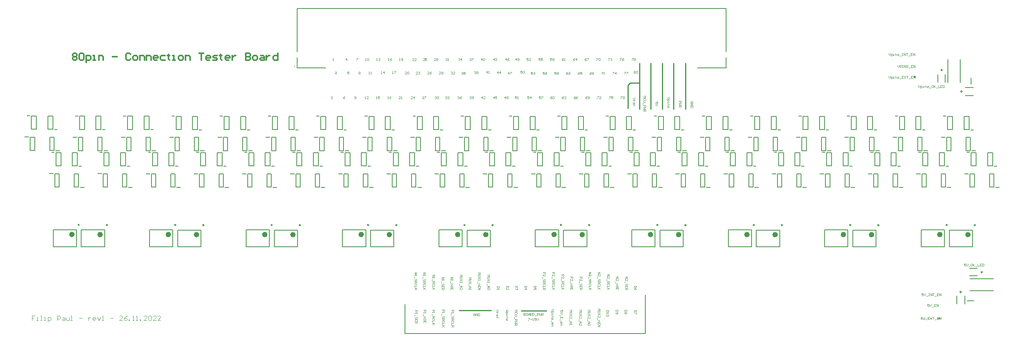
<source format=gto>
G04*
G04 #@! TF.GenerationSoftware,Altium Limited,Altium Designer,23.2.1 (34)*
G04*
G04 Layer_Color=65535*
%FSLAX44Y44*%
%MOMM*%
G71*
G04*
G04 #@! TF.SameCoordinates,4AEFFC81-8D6A-4C92-BCC4-55949A9363D9*
G04*
G04*
G04 #@! TF.FilePolarity,Positive*
G04*
G01*
G75*
%ADD10C,0.2000*%
%ADD11C,0.2500*%
%ADD12C,0.6000*%
%ADD13C,0.2540*%
%ADD14C,0.1200*%
%ADD15C,0.3000*%
D10*
X600300Y574449D02*
G03*
X599300Y574449I-500J0D01*
G01*
D02*
G03*
X600300Y574449I500J0D01*
G01*
D02*
G03*
X599300Y574449I-500J0D01*
G01*
X841750Y-12250D02*
Y51750D01*
Y-12250D02*
X1368250D01*
Y71750D01*
X605000Y571349D02*
Y593599D01*
Y571349D02*
Y593599D01*
Y606099D02*
Y700849D01*
Y606099D02*
Y700849D01*
X1545000Y606099D02*
Y700849D01*
Y606099D02*
Y700849D01*
Y571349D02*
Y593599D01*
Y571349D02*
Y593599D01*
X605000Y570849D02*
X667500D01*
X605000D02*
X667500D01*
X605000Y700849D02*
X1545000D01*
X605000D02*
X1545000D01*
X1482500Y570849D02*
X1545000D01*
X1482500D02*
X1545000D01*
X2079480Y107769D02*
X2130520D01*
X2079480Y81129D02*
X2130520D01*
X2058003Y538436D02*
Y589476D01*
X2031363Y538436D02*
Y589476D01*
X2073460Y59149D02*
X2087460D01*
X2081683Y534956D02*
Y548956D01*
X178817Y435187D02*
X184567D01*
X175317Y435787D02*
Y464787D01*
X164317D02*
X175317D01*
X164317Y435787D02*
Y464787D01*
Y435787D02*
X175317D01*
X119067Y465387D02*
X124817D01*
X128317Y435787D02*
Y464787D01*
Y435787D02*
X139317D01*
Y464787D01*
X128317D02*
X139317D01*
X232755Y355059D02*
X238505D01*
X229255Y355658D02*
Y384659D01*
X218255D02*
X229255D01*
X218255Y355658D02*
Y384659D01*
Y355658D02*
X229255D01*
X173005Y385258D02*
X178755D01*
X182255Y355658D02*
Y384659D01*
Y355658D02*
X193255D01*
Y384659D01*
X182255D02*
X193255D01*
X284408Y434992D02*
X290159D01*
X280909Y435592D02*
Y464593D01*
X269909D02*
X280909D01*
X269909Y435592D02*
Y464593D01*
Y435592D02*
X280909D01*
X224659Y465192D02*
X230408D01*
X233909Y435592D02*
Y464593D01*
Y435592D02*
X244909D01*
Y464593D01*
X233909D02*
X244909D01*
X338685Y354804D02*
X344435D01*
X335185Y355405D02*
Y384404D01*
X324185D02*
X335185D01*
X324185Y355405D02*
Y384404D01*
Y355405D02*
X335185D01*
X278935Y385005D02*
X284685D01*
X288185Y355405D02*
Y384404D01*
Y355405D02*
X299185D01*
Y384404D01*
X288185D02*
X299185D01*
X390399Y434933D02*
X396149D01*
X386899Y435533D02*
Y464533D01*
X375899D02*
X386899D01*
X375899Y435533D02*
Y464533D01*
Y435533D02*
X386899D01*
X330649Y465133D02*
X336399D01*
X339899Y435533D02*
Y464533D01*
Y435533D02*
X350899D01*
Y464533D01*
X339899D02*
X350899D01*
X444095Y354804D02*
X449845D01*
X440595Y355405D02*
Y384404D01*
X429595D02*
X440595D01*
X429595Y355405D02*
Y384404D01*
Y355405D02*
X440595D01*
X384345Y385005D02*
X390095D01*
X393595Y355405D02*
Y384404D01*
Y355405D02*
X404595D01*
Y384404D01*
X393595D02*
X404595D01*
X496063Y434933D02*
X501813D01*
X492563Y435533D02*
Y464533D01*
X481563D02*
X492563D01*
X481563Y435533D02*
Y464533D01*
Y435533D02*
X492563D01*
X436313Y465133D02*
X442063D01*
X445563Y435533D02*
Y464533D01*
Y435533D02*
X456563D01*
Y464533D01*
X445563D02*
X456563D01*
X549505Y354804D02*
X555255D01*
X546005Y355405D02*
Y384404D01*
X535005D02*
X546005D01*
X535005Y355405D02*
Y384404D01*
Y355405D02*
X546005D01*
X489755Y385005D02*
X495505D01*
X499005Y355405D02*
Y384404D01*
Y355405D02*
X510005D01*
Y384404D01*
X499005D02*
X510005D01*
X601727Y434933D02*
X607477D01*
X598227Y435533D02*
Y464533D01*
X587227D02*
X598227D01*
X587227Y435533D02*
Y464533D01*
Y435533D02*
X598227D01*
X541977Y465133D02*
X547727D01*
X551227Y435533D02*
Y464533D01*
Y435533D02*
X562227D01*
Y464533D01*
X551227D02*
X562227D01*
X655169Y354804D02*
X660919D01*
X651669Y355405D02*
Y384404D01*
X640669D02*
X651669D01*
X640669Y355405D02*
Y384404D01*
Y355405D02*
X651669D01*
X595419Y385005D02*
X601169D01*
X604669Y355405D02*
Y384404D01*
Y355405D02*
X615669D01*
Y384404D01*
X604669D02*
X615669D01*
X707391Y434933D02*
X713141D01*
X703891Y435533D02*
Y464533D01*
X692891D02*
X703891D01*
X692891Y435533D02*
Y464533D01*
Y435533D02*
X703891D01*
X647641Y465133D02*
X653391D01*
X656891Y435533D02*
Y464533D01*
Y435533D02*
X667891D01*
Y464533D01*
X656891D02*
X667891D01*
X760579Y354804D02*
X766329D01*
X757079Y355405D02*
Y384404D01*
X746079D02*
X757079D01*
X746079Y355405D02*
Y384404D01*
Y355405D02*
X757079D01*
X700829Y385005D02*
X706579D01*
X710079Y355405D02*
Y384404D01*
Y355405D02*
X721079D01*
Y384404D01*
X710079D02*
X721079D01*
X813055Y434933D02*
X818805D01*
X809555Y435533D02*
Y464533D01*
X798555D02*
X809555D01*
X798555Y435533D02*
Y464533D01*
Y435533D02*
X809555D01*
X753305Y465133D02*
X759055D01*
X762555Y435533D02*
Y464533D01*
Y435533D02*
X773555D01*
Y464533D01*
X762555D02*
X773555D01*
X866243Y354804D02*
X871993D01*
X862743Y355405D02*
Y384404D01*
X851743D02*
X862743D01*
X851743Y355405D02*
Y384404D01*
Y355405D02*
X862743D01*
X806493Y385005D02*
X812243D01*
X815743Y355405D02*
Y384404D01*
Y355405D02*
X826743D01*
Y384404D01*
X815743D02*
X826743D01*
X918719Y434933D02*
X924469D01*
X915219Y435533D02*
Y464533D01*
X904219D02*
X915219D01*
X904219Y435533D02*
Y464533D01*
Y435533D02*
X915219D01*
X858969Y465133D02*
X864719D01*
X868219Y435533D02*
Y464533D01*
Y435533D02*
X879219D01*
Y464533D01*
X868219D02*
X879219D01*
X971653Y354804D02*
X977403D01*
X968153Y355405D02*
Y384404D01*
X957153D02*
X968153D01*
X957153Y355405D02*
Y384404D01*
Y355405D02*
X968153D01*
X911903Y385005D02*
X917653D01*
X921153Y355405D02*
Y384404D01*
Y355405D02*
X932153D01*
Y384404D01*
X921153D02*
X932153D01*
X1024383Y434933D02*
X1030133D01*
X1020883Y435533D02*
Y464533D01*
X1009883D02*
X1020883D01*
X1009883Y435533D02*
Y464533D01*
Y435533D02*
X1020883D01*
X964633Y465133D02*
X970383D01*
X973883Y435533D02*
Y464533D01*
Y435533D02*
X984883D01*
Y464533D01*
X973883D02*
X984883D01*
X1077063Y354804D02*
X1082813D01*
X1073563Y355405D02*
Y384404D01*
X1062563D02*
X1073563D01*
X1062563Y355405D02*
Y384404D01*
Y355405D02*
X1073563D01*
X1017313Y385005D02*
X1023063D01*
X1026563Y355405D02*
Y384404D01*
Y355405D02*
X1037563D01*
Y384404D01*
X1026563D02*
X1037563D01*
X1130047Y434933D02*
X1135797D01*
X1126547Y435533D02*
Y464533D01*
X1115547D02*
X1126547D01*
X1115547Y435533D02*
Y464533D01*
Y435533D02*
X1126547D01*
X1070297Y465133D02*
X1076047D01*
X1079547Y435533D02*
Y464533D01*
Y435533D02*
X1090547D01*
Y464533D01*
X1079547D02*
X1090547D01*
X1182727Y354804D02*
X1188477D01*
X1179227Y355405D02*
Y384404D01*
X1168227D02*
X1179227D01*
X1168227Y355405D02*
Y384404D01*
Y355405D02*
X1179227D01*
X1122977Y385005D02*
X1128727D01*
X1132227Y355405D02*
Y384404D01*
Y355405D02*
X1143227D01*
Y384404D01*
X1132227D02*
X1143227D01*
X1235711Y434933D02*
X1241461D01*
X1232211Y435533D02*
Y464533D01*
X1221211D02*
X1232211D01*
X1221211Y435533D02*
Y464533D01*
Y435533D02*
X1232211D01*
X1175961Y465133D02*
X1181711D01*
X1185211Y435533D02*
Y464533D01*
Y435533D02*
X1196211D01*
Y464533D01*
X1185211D02*
X1196211D01*
X1288137Y354804D02*
X1293887D01*
X1284637Y355405D02*
Y384404D01*
X1273637D02*
X1284637D01*
X1273637Y355405D02*
Y384404D01*
Y355405D02*
X1284637D01*
X1228387Y385005D02*
X1234137D01*
X1237637Y355405D02*
Y384404D01*
Y355405D02*
X1248637D01*
Y384404D01*
X1237637D02*
X1248637D01*
X1341375Y434933D02*
X1347125D01*
X1337875Y435533D02*
Y464533D01*
X1326875D02*
X1337875D01*
X1326875Y435533D02*
Y464533D01*
Y435533D02*
X1337875D01*
X1281625Y465133D02*
X1287375D01*
X1290875Y435533D02*
Y464533D01*
Y435533D02*
X1301875D01*
Y464533D01*
X1290875D02*
X1301875D01*
X1393801Y354804D02*
X1399551D01*
X1390301Y355405D02*
Y384404D01*
X1379301D02*
X1390301D01*
X1379301Y355405D02*
Y384404D01*
Y355405D02*
X1390301D01*
X1334051Y385005D02*
X1339801D01*
X1343301Y355405D02*
Y384404D01*
Y355405D02*
X1354301D01*
Y384404D01*
X1343301D02*
X1354301D01*
X1447039Y434933D02*
X1452789D01*
X1443539Y435533D02*
Y464533D01*
X1432539D02*
X1443539D01*
X1432539Y435533D02*
Y464533D01*
Y435533D02*
X1443539D01*
X1387289Y465133D02*
X1393039D01*
X1396539Y435533D02*
Y464533D01*
Y435533D02*
X1407539D01*
Y464533D01*
X1396539D02*
X1407539D01*
X1499211Y354804D02*
X1504961D01*
X1495711Y355405D02*
Y384404D01*
X1484711D02*
X1495711D01*
X1484711Y355405D02*
Y384404D01*
Y355405D02*
X1495711D01*
X1439461Y385005D02*
X1445211D01*
X1448711Y355405D02*
Y384404D01*
Y355405D02*
X1459711D01*
Y384404D01*
X1448711D02*
X1459711D01*
X1552703Y434933D02*
X1558453D01*
X1549203Y435533D02*
Y464533D01*
X1538203D02*
X1549203D01*
X1538203Y435533D02*
Y464533D01*
Y435533D02*
X1549203D01*
X1492953Y465133D02*
X1498703D01*
X1502203Y435533D02*
Y464533D01*
Y435533D02*
X1513203D01*
Y464533D01*
X1502203D02*
X1513203D01*
X1604875Y354804D02*
X1610625D01*
X1601375Y355405D02*
Y384404D01*
X1590375D02*
X1601375D01*
X1590375Y355405D02*
Y384404D01*
Y355405D02*
X1601375D01*
X1545125Y385005D02*
X1550875D01*
X1554375Y355405D02*
Y384404D01*
Y355405D02*
X1565375D01*
Y384404D01*
X1554375D02*
X1565375D01*
X1658367Y434933D02*
X1664117D01*
X1654867Y435533D02*
Y464533D01*
X1643867D02*
X1654867D01*
X1643867Y435533D02*
Y464533D01*
Y435533D02*
X1654867D01*
X1598617Y465133D02*
X1604367D01*
X1607867Y435533D02*
Y464533D01*
Y435533D02*
X1618867D01*
Y464533D01*
X1607867D02*
X1618867D01*
X1710285Y354804D02*
X1716035D01*
X1706785Y355405D02*
Y384404D01*
X1695785D02*
X1706785D01*
X1695785Y355405D02*
Y384404D01*
Y355405D02*
X1706785D01*
X1650535Y385005D02*
X1656285D01*
X1659785Y355405D02*
Y384404D01*
Y355405D02*
X1670785D01*
Y384404D01*
X1659785D02*
X1670785D01*
X1764031Y434933D02*
X1769781D01*
X1760531Y435533D02*
Y464533D01*
X1749531D02*
X1760531D01*
X1749531Y435533D02*
Y464533D01*
Y435533D02*
X1760531D01*
X1704281Y465133D02*
X1710031D01*
X1713531Y435533D02*
Y464533D01*
Y435533D02*
X1724531D01*
Y464533D01*
X1713531D02*
X1724531D01*
X1815695Y354804D02*
X1821445D01*
X1812195Y355405D02*
Y384404D01*
X1801195D02*
X1812195D01*
X1801195Y355405D02*
Y384404D01*
Y355405D02*
X1812195D01*
X1755945Y385005D02*
X1761695D01*
X1765195Y355405D02*
Y384404D01*
Y355405D02*
X1776195D01*
Y384404D01*
X1765195D02*
X1776195D01*
X1869695Y434933D02*
X1875445D01*
X1866195Y435533D02*
Y464533D01*
X1855195D02*
X1866195D01*
X1855195Y435533D02*
Y464533D01*
Y435533D02*
X1866195D01*
X1809945Y465133D02*
X1815695D01*
X1819195Y435533D02*
Y464533D01*
Y435533D02*
X1830195D01*
Y464533D01*
X1819195D02*
X1830195D01*
X1921359Y354804D02*
X1927109D01*
X1917859Y355405D02*
Y384404D01*
X1906859D02*
X1917859D01*
X1906859Y355405D02*
Y384404D01*
Y355405D02*
X1917859D01*
X1861609Y385005D02*
X1867359D01*
X1870859Y355405D02*
Y384404D01*
Y355405D02*
X1881859D01*
Y384404D01*
X1870859D02*
X1881859D01*
X1975359Y434933D02*
X1981109D01*
X1971859Y435533D02*
Y464533D01*
X1960859D02*
X1971859D01*
X1960859Y435533D02*
Y464533D01*
Y435533D02*
X1971859D01*
X1915609Y465133D02*
X1921359D01*
X1924859Y435533D02*
Y464533D01*
Y435533D02*
X1935859D01*
Y464533D01*
X1924859D02*
X1935859D01*
X2026769Y354804D02*
X2032519D01*
X2023269Y355405D02*
Y384404D01*
X2012269D02*
X2023269D01*
X2012269Y355405D02*
Y384404D01*
Y355405D02*
X2023269D01*
X1967019Y385005D02*
X1972769D01*
X1976269Y355405D02*
Y384404D01*
Y355405D02*
X1987269D01*
Y384404D01*
X1976269D02*
X1987269D01*
X2081023Y434933D02*
X2086773D01*
X2077523Y435533D02*
Y464533D01*
X2066523D02*
X2077523D01*
X2066523Y435533D02*
Y464533D01*
Y435533D02*
X2077523D01*
X2021273Y465133D02*
X2027023D01*
X2030523Y435533D02*
Y464533D01*
Y435533D02*
X2041523D01*
Y464533D01*
X2030523D02*
X2041523D01*
X2132433Y354804D02*
X2138183D01*
X2128933Y355405D02*
Y384404D01*
X2117933D02*
X2128933D01*
X2117933Y355405D02*
Y384404D01*
Y355405D02*
X2128933D01*
X2072683Y385005D02*
X2078433D01*
X2081933Y355405D02*
Y384404D01*
Y355405D02*
X2092933D01*
Y384404D01*
X2081933D02*
X2092933D01*
X13586Y465472D02*
X19337D01*
X22836Y435872D02*
Y464872D01*
Y435872D02*
X33837D01*
Y464872D01*
X22836D02*
X33837D01*
X73337Y435272D02*
X79086D01*
X69837Y435872D02*
Y464872D01*
X58836D02*
X69837D01*
X58836Y435872D02*
Y464872D01*
Y435872D02*
X69837D01*
X127091Y355059D02*
X132841D01*
X123591Y355658D02*
Y384659D01*
X112591D02*
X123591D01*
X112591Y355658D02*
Y384659D01*
Y355658D02*
X123591D01*
X67341Y385258D02*
X73091D01*
X76591Y355658D02*
Y384659D01*
Y355658D02*
X87591D01*
Y384659D01*
X76591D02*
X87591D01*
X114067Y418787D02*
X122567D01*
X126067Y389187D02*
Y418387D01*
Y389187D02*
X135567D01*
Y418387D01*
X126067D02*
X135567D01*
X181567Y388787D02*
X190067D01*
X178067Y389187D02*
Y418387D01*
X168567D02*
X178067D01*
X168567Y389187D02*
Y418387D01*
Y389187D02*
X178067D01*
X168005Y338658D02*
X176505D01*
X180005Y309058D02*
Y338259D01*
Y309058D02*
X189505D01*
Y338259D01*
X180005D02*
X189505D01*
X235505Y308659D02*
X244005D01*
X232005Y309058D02*
Y338259D01*
X222505D02*
X232005D01*
X222505Y309058D02*
Y338259D01*
Y309058D02*
X232005D01*
X219659Y418592D02*
X228158D01*
X231658Y388993D02*
Y418192D01*
Y388993D02*
X241159D01*
Y418192D01*
X231658D02*
X241159D01*
X287159Y388592D02*
X295658D01*
X283659Y388993D02*
Y418192D01*
X274158D02*
X283659D01*
X274158Y388993D02*
Y418192D01*
Y388993D02*
X283659D01*
X273935Y338405D02*
X282435D01*
X285935Y308804D02*
Y338004D01*
Y308804D02*
X295435D01*
Y338004D01*
X285935D02*
X295435D01*
X341435Y308405D02*
X349935D01*
X337935Y308804D02*
Y338004D01*
X328435D02*
X337935D01*
X328435Y308804D02*
Y338004D01*
Y308804D02*
X337935D01*
X325649Y418533D02*
X334149D01*
X337649Y388933D02*
Y418133D01*
Y388933D02*
X347149D01*
Y418133D01*
X337649D02*
X347149D01*
X393149Y388533D02*
X401649D01*
X389649Y388933D02*
Y418133D01*
X380149D02*
X389649D01*
X380149Y388933D02*
Y418133D01*
Y388933D02*
X389649D01*
X379345Y338405D02*
X387845D01*
X391345Y308804D02*
Y338004D01*
Y308804D02*
X400845D01*
Y338004D01*
X391345D02*
X400845D01*
X446845Y308405D02*
X455345D01*
X443345Y308804D02*
Y338004D01*
X433845D02*
X443345D01*
X433845Y308804D02*
Y338004D01*
Y308804D02*
X443345D01*
X431313Y418533D02*
X439813D01*
X443313Y388933D02*
Y418133D01*
Y388933D02*
X452813D01*
Y418133D01*
X443313D02*
X452813D01*
X498813Y388533D02*
X507313D01*
X495313Y388933D02*
Y418133D01*
X485813D02*
X495313D01*
X485813Y388933D02*
Y418133D01*
Y388933D02*
X495313D01*
X484755Y338405D02*
X493255D01*
X496755Y308804D02*
Y338004D01*
Y308804D02*
X506255D01*
Y338004D01*
X496755D02*
X506255D01*
X552255Y308405D02*
X560755D01*
X548755Y308804D02*
Y338004D01*
X539255D02*
X548755D01*
X539255Y308804D02*
Y338004D01*
Y308804D02*
X548755D01*
X536977Y418533D02*
X545477D01*
X548977Y388933D02*
Y418133D01*
Y388933D02*
X558477D01*
Y418133D01*
X548977D02*
X558477D01*
X604477Y388533D02*
X612977D01*
X600977Y388933D02*
Y418133D01*
X591477D02*
X600977D01*
X591477Y388933D02*
Y418133D01*
Y388933D02*
X600977D01*
X590419Y338405D02*
X598919D01*
X602419Y308804D02*
Y338004D01*
Y308804D02*
X611919D01*
Y338004D01*
X602419D02*
X611919D01*
X657919Y308405D02*
X666419D01*
X654419Y308804D02*
Y338004D01*
X644919D02*
X654419D01*
X644919Y308804D02*
Y338004D01*
Y308804D02*
X654419D01*
X642641Y418533D02*
X651141D01*
X654641Y388933D02*
Y418133D01*
Y388933D02*
X664141D01*
Y418133D01*
X654641D02*
X664141D01*
X710141Y388533D02*
X718641D01*
X706641Y388933D02*
Y418133D01*
X697141D02*
X706641D01*
X697141Y388933D02*
Y418133D01*
Y388933D02*
X706641D01*
X695829Y338405D02*
X704329D01*
X707829Y308804D02*
Y338004D01*
Y308804D02*
X717329D01*
Y338004D01*
X707829D02*
X717329D01*
X763329Y308405D02*
X771829D01*
X759829Y308804D02*
Y338004D01*
X750329D02*
X759829D01*
X750329Y308804D02*
Y338004D01*
Y308804D02*
X759829D01*
X748305Y418533D02*
X756805D01*
X760305Y388933D02*
Y418133D01*
Y388933D02*
X769805D01*
Y418133D01*
X760305D02*
X769805D01*
X815805Y388533D02*
X824305D01*
X812305Y388933D02*
Y418133D01*
X802805D02*
X812305D01*
X802805Y388933D02*
Y418133D01*
Y388933D02*
X812305D01*
X801493Y338405D02*
X809993D01*
X813493Y308804D02*
Y338004D01*
Y308804D02*
X822993D01*
Y338004D01*
X813493D02*
X822993D01*
X868993Y308405D02*
X877493D01*
X865493Y308804D02*
Y338004D01*
X855993D02*
X865493D01*
X855993Y308804D02*
Y338004D01*
Y308804D02*
X865493D01*
X853969Y418533D02*
X862469D01*
X865969Y388933D02*
Y418133D01*
Y388933D02*
X875469D01*
Y418133D01*
X865969D02*
X875469D01*
X921469Y388533D02*
X929969D01*
X917969Y388933D02*
Y418133D01*
X908469D02*
X917969D01*
X908469Y388933D02*
Y418133D01*
Y388933D02*
X917969D01*
X906903Y338405D02*
X915403D01*
X918903Y308804D02*
Y338004D01*
Y308804D02*
X928403D01*
Y338004D01*
X918903D02*
X928403D01*
X974403Y308405D02*
X982903D01*
X970903Y308804D02*
Y338004D01*
X961403D02*
X970903D01*
X961403Y308804D02*
Y338004D01*
Y308804D02*
X970903D01*
X959633Y418533D02*
X968133D01*
X971633Y388933D02*
Y418133D01*
Y388933D02*
X981133D01*
Y418133D01*
X971633D02*
X981133D01*
X1027133Y388533D02*
X1035633D01*
X1023633Y388933D02*
Y418133D01*
X1014133D02*
X1023633D01*
X1014133Y388933D02*
Y418133D01*
Y388933D02*
X1023633D01*
X1012313Y338405D02*
X1020813D01*
X1024313Y308804D02*
Y338004D01*
Y308804D02*
X1033813D01*
Y338004D01*
X1024313D02*
X1033813D01*
X1079813Y308405D02*
X1088313D01*
X1076313Y308804D02*
Y338004D01*
X1066813D02*
X1076313D01*
X1066813Y308804D02*
Y338004D01*
Y308804D02*
X1076313D01*
X1065297Y418533D02*
X1073797D01*
X1077297Y388933D02*
Y418133D01*
Y388933D02*
X1086797D01*
Y418133D01*
X1077297D02*
X1086797D01*
X1132797Y388533D02*
X1141297D01*
X1129297Y388933D02*
Y418133D01*
X1119797D02*
X1129297D01*
X1119797Y388933D02*
Y418133D01*
Y388933D02*
X1129297D01*
X1117977Y338405D02*
X1126477D01*
X1129977Y308804D02*
Y338004D01*
Y308804D02*
X1139477D01*
Y338004D01*
X1129977D02*
X1139477D01*
X1185477Y308405D02*
X1193977D01*
X1181977Y308804D02*
Y338004D01*
X1172477D02*
X1181977D01*
X1172477Y308804D02*
Y338004D01*
Y308804D02*
X1181977D01*
X1170961Y418533D02*
X1179461D01*
X1182961Y388933D02*
Y418133D01*
Y388933D02*
X1192461D01*
Y418133D01*
X1182961D02*
X1192461D01*
X1238461Y388533D02*
X1246961D01*
X1234961Y388933D02*
Y418133D01*
X1225461D02*
X1234961D01*
X1225461Y388933D02*
Y418133D01*
Y388933D02*
X1234961D01*
X1223387Y338405D02*
X1231887D01*
X1235387Y308804D02*
Y338004D01*
Y308804D02*
X1244887D01*
Y338004D01*
X1235387D02*
X1244887D01*
X1290887Y308405D02*
X1299387D01*
X1287387Y308804D02*
Y338004D01*
X1277887D02*
X1287387D01*
X1277887Y308804D02*
Y338004D01*
Y308804D02*
X1287387D01*
X1276625Y418533D02*
X1285125D01*
X1288625Y388933D02*
Y418133D01*
Y388933D02*
X1298125D01*
Y418133D01*
X1288625D02*
X1298125D01*
X1344125Y388533D02*
X1352625D01*
X1340625Y388933D02*
Y418133D01*
X1331125D02*
X1340625D01*
X1331125Y388933D02*
Y418133D01*
Y388933D02*
X1340625D01*
X1329051Y338405D02*
X1337551D01*
X1341051Y308804D02*
Y338004D01*
Y308804D02*
X1350551D01*
Y338004D01*
X1341051D02*
X1350551D01*
X1396551Y308405D02*
X1405051D01*
X1393051Y308804D02*
Y338004D01*
X1383551D02*
X1393051D01*
X1383551Y308804D02*
Y338004D01*
Y308804D02*
X1393051D01*
X1382289Y418533D02*
X1390789D01*
X1394289Y388933D02*
Y418133D01*
Y388933D02*
X1403789D01*
Y418133D01*
X1394289D02*
X1403789D01*
X1449789Y388533D02*
X1458289D01*
X1446289Y388933D02*
Y418133D01*
X1436789D02*
X1446289D01*
X1436789Y388933D02*
Y418133D01*
Y388933D02*
X1446289D01*
X1434461Y338405D02*
X1442961D01*
X1446461Y308804D02*
Y338004D01*
Y308804D02*
X1455961D01*
Y338004D01*
X1446461D02*
X1455961D01*
X1501961Y308405D02*
X1510461D01*
X1498461Y308804D02*
Y338004D01*
X1488961D02*
X1498461D01*
X1488961Y308804D02*
Y338004D01*
Y308804D02*
X1498461D01*
X1487953Y418533D02*
X1496453D01*
X1499953Y388933D02*
Y418133D01*
Y388933D02*
X1509453D01*
Y418133D01*
X1499953D02*
X1509453D01*
X1555453Y388533D02*
X1563953D01*
X1551953Y388933D02*
Y418133D01*
X1542453D02*
X1551953D01*
X1542453Y388933D02*
Y418133D01*
Y388933D02*
X1551953D01*
X1540125Y338405D02*
X1548625D01*
X1552125Y308804D02*
Y338004D01*
Y308804D02*
X1561625D01*
Y338004D01*
X1552125D02*
X1561625D01*
X1607625Y308405D02*
X1616125D01*
X1604125Y308804D02*
Y338004D01*
X1594625D02*
X1604125D01*
X1594625Y308804D02*
Y338004D01*
Y308804D02*
X1604125D01*
X1593617Y418533D02*
X1602117D01*
X1605617Y388933D02*
Y418133D01*
Y388933D02*
X1615117D01*
Y418133D01*
X1605617D02*
X1615117D01*
X1661117Y388533D02*
X1669617D01*
X1657617Y388933D02*
Y418133D01*
X1648117D02*
X1657617D01*
X1648117Y388933D02*
Y418133D01*
Y388933D02*
X1657617D01*
X1645535Y338405D02*
X1654035D01*
X1657535Y308804D02*
Y338004D01*
Y308804D02*
X1667035D01*
Y338004D01*
X1657535D02*
X1667035D01*
X1713035Y308405D02*
X1721535D01*
X1709535Y308804D02*
Y338004D01*
X1700035D02*
X1709535D01*
X1700035Y308804D02*
Y338004D01*
Y308804D02*
X1709535D01*
X1699281Y418533D02*
X1707781D01*
X1711281Y388933D02*
Y418133D01*
Y388933D02*
X1720781D01*
Y418133D01*
X1711281D02*
X1720781D01*
X1766781Y388533D02*
X1775281D01*
X1763281Y388933D02*
Y418133D01*
X1753781D02*
X1763281D01*
X1753781Y388933D02*
Y418133D01*
Y388933D02*
X1763281D01*
X1750945Y338405D02*
X1759445D01*
X1762945Y308804D02*
Y338004D01*
Y308804D02*
X1772445D01*
Y338004D01*
X1762945D02*
X1772445D01*
X1818445Y308405D02*
X1826945D01*
X1814945Y308804D02*
Y338004D01*
X1805445D02*
X1814945D01*
X1805445Y308804D02*
Y338004D01*
Y308804D02*
X1814945D01*
X1804945Y418533D02*
X1813445D01*
X1816945Y388933D02*
Y418133D01*
Y388933D02*
X1826445D01*
Y418133D01*
X1816945D02*
X1826445D01*
X1872445Y388533D02*
X1880945D01*
X1868945Y388933D02*
Y418133D01*
X1859445D02*
X1868945D01*
X1859445Y388933D02*
Y418133D01*
Y388933D02*
X1868945D01*
X1856609Y338405D02*
X1865109D01*
X1868609Y308804D02*
Y338004D01*
Y308804D02*
X1878109D01*
Y338004D01*
X1868609D02*
X1878109D01*
X1924109Y308405D02*
X1932609D01*
X1920609Y308804D02*
Y338004D01*
X1911109D02*
X1920609D01*
X1911109Y308804D02*
Y338004D01*
Y308804D02*
X1920609D01*
X1910609Y418533D02*
X1919109D01*
X1922609Y388933D02*
Y418133D01*
Y388933D02*
X1932109D01*
Y418133D01*
X1922609D02*
X1932109D01*
X1978109Y388533D02*
X1986609D01*
X1974609Y388933D02*
Y418133D01*
X1965109D02*
X1974609D01*
X1965109Y388933D02*
Y418133D01*
Y388933D02*
X1974609D01*
X1962019Y338405D02*
X1970519D01*
X1974019Y308804D02*
Y338004D01*
Y308804D02*
X1983519D01*
Y338004D01*
X1974019D02*
X1983519D01*
X2029519Y308405D02*
X2038019D01*
X2026019Y308804D02*
Y338004D01*
X2016519D02*
X2026019D01*
X2016519Y308804D02*
Y338004D01*
Y308804D02*
X2026019D01*
X2016273Y418533D02*
X2024773D01*
X2028273Y388933D02*
Y418133D01*
Y388933D02*
X2037773D01*
Y418133D01*
X2028273D02*
X2037773D01*
X2083773Y388533D02*
X2092273D01*
X2080273Y388933D02*
Y418133D01*
X2070773D02*
X2080273D01*
X2070773Y388933D02*
Y418133D01*
Y388933D02*
X2080273D01*
X2067683Y338405D02*
X2076183D01*
X2079683Y308804D02*
Y338004D01*
Y308804D02*
X2089183D01*
Y338004D01*
X2079683D02*
X2089183D01*
X2135183Y308405D02*
X2143683D01*
X2131683Y308804D02*
Y338004D01*
X2122183D02*
X2131683D01*
X2122183Y308804D02*
Y338004D01*
Y308804D02*
X2131683D01*
X76087Y388872D02*
X84586D01*
X72586Y389272D02*
Y418472D01*
X63087D02*
X72586D01*
X63087Y389272D02*
Y418472D01*
Y389272D02*
X72586D01*
X8587Y418872D02*
X17086D01*
X20587Y389272D02*
Y418472D01*
Y389272D02*
X30087D01*
Y418472D01*
X20587D02*
X30087D01*
X62341Y338658D02*
X70841D01*
X74341Y309058D02*
Y338259D01*
Y309058D02*
X83841D01*
Y338259D01*
X74341D02*
X83841D01*
X129841Y308659D02*
X138341D01*
X126341Y309058D02*
Y338259D01*
X116841D02*
X126341D01*
X116841Y309058D02*
Y338259D01*
Y309058D02*
X126341D01*
X2078720Y114639D02*
X2095720D01*
X2078720Y130259D02*
X2095720D01*
X2024933Y539706D02*
Y556706D01*
X2009313Y539706D02*
Y556706D01*
X2050280Y52429D02*
Y70429D01*
X2068280Y52429D02*
Y70429D01*
X2056780Y78679D02*
X2061780D01*
X2059280Y76179D02*
Y81179D01*
X2069183Y509956D02*
X2087183D01*
X2069183Y527956D02*
X2087183D01*
X2060933Y516456D02*
Y521456D01*
X2058433Y518956D02*
X2063433D01*
X343683Y177632D02*
Y214632D01*
X394683Y177632D02*
Y214632D01*
X343683Y177632D02*
X394683D01*
X343683Y214632D02*
X394683D01*
X281967Y177922D02*
Y214922D01*
X332967Y177922D02*
Y214922D01*
X281967Y177922D02*
X332967D01*
X281967Y214922D02*
X332967D01*
X554973Y177632D02*
Y214632D01*
X605973Y177632D02*
Y214632D01*
X554973Y177632D02*
X605973D01*
X554973Y214632D02*
X605973D01*
X493257Y177922D02*
Y214922D01*
X544257Y177922D02*
Y214922D01*
X493257Y177922D02*
X544257D01*
X493257Y214922D02*
X544257D01*
X766263Y177632D02*
Y214632D01*
X817263Y177632D02*
Y214632D01*
X766263Y177632D02*
X817263D01*
X766263Y214632D02*
X817263D01*
X704547Y177922D02*
Y214922D01*
X755547Y177922D02*
Y214922D01*
X704547Y177922D02*
X755547D01*
X704547Y214922D02*
X755547D01*
X977552Y177632D02*
Y214632D01*
X1028552Y177632D02*
Y214632D01*
X977552Y177632D02*
X1028552D01*
X977552Y214632D02*
X1028552D01*
X915836Y177922D02*
Y214922D01*
X966836Y177922D02*
Y214922D01*
X915836Y177922D02*
X966836D01*
X915836Y214922D02*
X966836D01*
X1188842Y177632D02*
Y214632D01*
X1239842Y177632D02*
Y214632D01*
X1188842Y177632D02*
X1239842D01*
X1188842Y214632D02*
X1239842D01*
X1127126Y177922D02*
Y214922D01*
X1178126Y177922D02*
Y214922D01*
X1127126Y177922D02*
X1178126D01*
X1127126Y214922D02*
X1178126D01*
X1400132Y177632D02*
Y214632D01*
X1451132Y177632D02*
Y214632D01*
X1400132Y177632D02*
X1451132D01*
X1400132Y214632D02*
X1451132D01*
X1338416Y177922D02*
Y214922D01*
X1389416Y177922D02*
Y214922D01*
X1338416Y177922D02*
X1389416D01*
X1338416Y214922D02*
X1389416D01*
X1611422Y177632D02*
Y214632D01*
X1662422Y177632D02*
Y214632D01*
X1611422Y177632D02*
X1662422D01*
X1611422Y214632D02*
X1662422D01*
X1549706Y177922D02*
Y214922D01*
X1600706Y177922D02*
Y214922D01*
X1549706Y177922D02*
X1600706D01*
X1549706Y214922D02*
X1600706D01*
X1822711Y177632D02*
Y214632D01*
X1873711Y177632D02*
Y214632D01*
X1822711Y177632D02*
X1873711D01*
X1822711Y214632D02*
X1873711D01*
X1760995Y177922D02*
Y214922D01*
X1811995Y177922D02*
Y214922D01*
X1760995Y177922D02*
X1811995D01*
X1760995Y214922D02*
X1811995D01*
X2034001Y177632D02*
Y214632D01*
X2085001Y177632D02*
Y214632D01*
X2034001Y177632D02*
X2085001D01*
X2034001Y214632D02*
X2085001D01*
X1972285Y177922D02*
Y214922D01*
X2023285Y177922D02*
Y214922D01*
X1972285Y177922D02*
X2023285D01*
X1972285Y214922D02*
X2023285D01*
X132348Y177829D02*
Y214830D01*
X183348Y177829D02*
Y214830D01*
X132348Y177829D02*
X183348D01*
X132348Y214830D02*
X183348D01*
X70632Y178120D02*
Y215119D01*
X121632Y178120D02*
Y215119D01*
X70632Y178120D02*
X121632D01*
X70632Y215119D02*
X121632D01*
D11*
X2013414Y20789D02*
G03*
X2013414Y20789I-1250J0D01*
G01*
X1959460Y551256D02*
G03*
X1959460Y551256I-1250J0D01*
G01*
X2106470Y122389D02*
G03*
X2106470Y122389I-1250J0D01*
G01*
X2018433Y566206D02*
G03*
X2018433Y566206I-1250J0D01*
G01*
X400933Y225632D02*
G03*
X400933Y225632I-1250J0D01*
G01*
X339217Y225922D02*
G03*
X339217Y225922I-1250J0D01*
G01*
X612223Y225632D02*
G03*
X612223Y225632I-1250J0D01*
G01*
X550507Y225922D02*
G03*
X550507Y225922I-1250J0D01*
G01*
X823513Y225632D02*
G03*
X823513Y225632I-1250J0D01*
G01*
X761797Y225922D02*
G03*
X761797Y225922I-1250J0D01*
G01*
X1034802Y225632D02*
G03*
X1034802Y225632I-1250J0D01*
G01*
X973086Y225922D02*
G03*
X973086Y225922I-1250J0D01*
G01*
X1246092Y225632D02*
G03*
X1246092Y225632I-1250J0D01*
G01*
X1184376Y225922D02*
G03*
X1184376Y225922I-1250J0D01*
G01*
X1457382Y225632D02*
G03*
X1457382Y225632I-1250J0D01*
G01*
X1395666Y225922D02*
G03*
X1395666Y225922I-1250J0D01*
G01*
X1668672Y225632D02*
G03*
X1668672Y225632I-1250J0D01*
G01*
X1606956Y225922D02*
G03*
X1606956Y225922I-1250J0D01*
G01*
X1879961Y225632D02*
G03*
X1879961Y225632I-1250J0D01*
G01*
X1818245Y225922D02*
G03*
X1818245Y225922I-1250J0D01*
G01*
X2091251Y225632D02*
G03*
X2091251Y225632I-1250J0D01*
G01*
X2029535Y225922D02*
G03*
X2029535Y225922I-1250J0D01*
G01*
X189598Y225830D02*
G03*
X189598Y225830I-1250J0D01*
G01*
X127882Y226119D02*
G03*
X127882Y226119I-1250J0D01*
G01*
D12*
X387683Y204632D02*
G03*
X387683Y204632I-3000J0D01*
G01*
X325967Y204922D02*
G03*
X325967Y204922I-3000J0D01*
G01*
X598973Y204632D02*
G03*
X598973Y204632I-3000J0D01*
G01*
X537257Y204922D02*
G03*
X537257Y204922I-3000J0D01*
G01*
X810263Y204632D02*
G03*
X810263Y204632I-3000J0D01*
G01*
X748547Y204922D02*
G03*
X748547Y204922I-3000J0D01*
G01*
X1021552Y204632D02*
G03*
X1021552Y204632I-3000J0D01*
G01*
X959836Y204922D02*
G03*
X959836Y204922I-3000J0D01*
G01*
X1232842Y204632D02*
G03*
X1232842Y204632I-3000J0D01*
G01*
X1171126Y204922D02*
G03*
X1171126Y204922I-3000J0D01*
G01*
X1444132Y204632D02*
G03*
X1444132Y204632I-3000J0D01*
G01*
X1382416Y204922D02*
G03*
X1382416Y204922I-3000J0D01*
G01*
X1655422Y204632D02*
G03*
X1655422Y204632I-3000J0D01*
G01*
X1593706Y204922D02*
G03*
X1593706Y204922I-3000J0D01*
G01*
X1866711Y204632D02*
G03*
X1866711Y204632I-3000J0D01*
G01*
X1804995Y204922D02*
G03*
X1804995Y204922I-3000J0D01*
G01*
X2078001Y204632D02*
G03*
X2078001Y204632I-3000J0D01*
G01*
X2016285Y204922D02*
G03*
X2016285Y204922I-3000J0D01*
G01*
X176348Y204830D02*
G03*
X176348Y204830I-3000J0D01*
G01*
X114632Y205119D02*
G03*
X114632Y205119I-3000J0D01*
G01*
D13*
X1096649Y37502D02*
X1151649D01*
X960123Y38273D02*
X1030123D01*
X1456550Y480440D02*
Y581429D01*
X1335293Y538110D02*
X1350000D01*
X1330293Y533110D02*
X1335293Y538110D01*
X1330000Y482287D02*
Y533110D01*
X1430000Y480000D02*
Y580989D01*
X1405000Y480000D02*
Y580989D01*
X1380000Y480000D02*
Y580989D01*
X1355000Y480000D02*
Y580989D01*
X1350000Y538110D02*
X1354103D01*
D14*
X31001Y26509D02*
X24337D01*
Y21511D01*
X27669D01*
X24337D01*
Y16513D01*
X34334D02*
X37666D01*
X36000D01*
Y23177D01*
X34334D01*
X42664Y16513D02*
X45996D01*
X44330D01*
Y26509D01*
X42664D01*
X50995Y16513D02*
X54327D01*
X52661D01*
Y23177D01*
X50995D01*
X59325Y13180D02*
Y23177D01*
X64324D01*
X65990Y21511D01*
Y18179D01*
X64324Y16513D01*
X59325D01*
X79319D02*
Y26509D01*
X84318D01*
X85984Y24843D01*
Y21511D01*
X84318Y19845D01*
X79319D01*
X90982Y23177D02*
X94314D01*
X95980Y21511D01*
Y16513D01*
X90982D01*
X89316Y18179D01*
X90982Y19845D01*
X95980D01*
X99313Y23177D02*
Y18179D01*
X100979Y16513D01*
X105977D01*
Y23177D01*
X109309Y16513D02*
X112642D01*
X110976D01*
Y26509D01*
X109309D01*
X127637Y21511D02*
X134301D01*
X147630Y23177D02*
Y16513D01*
Y19845D01*
X149297Y21511D01*
X150963Y23177D01*
X152629D01*
X162626Y16513D02*
X159293D01*
X157627Y18179D01*
Y21511D01*
X159293Y23177D01*
X162626D01*
X164292Y21511D01*
Y19845D01*
X157627D01*
X167624Y23177D02*
X170956Y16513D01*
X174289Y23177D01*
X177621Y16513D02*
X180953D01*
X179287D01*
Y26509D01*
X177621Y24843D01*
X195948Y21511D02*
X202613D01*
X222606Y16513D02*
X215942D01*
X222606Y23177D01*
Y24843D01*
X220940Y26509D01*
X217608D01*
X215942Y24843D01*
X232603Y26509D02*
X229271Y24843D01*
X225938Y21511D01*
Y18179D01*
X227605Y16513D01*
X230937D01*
X232603Y18179D01*
Y19845D01*
X230937Y21511D01*
X225938D01*
X235935Y16513D02*
Y18179D01*
X237601D01*
Y16513D01*
X235935D01*
X244266D02*
X247598D01*
X245932D01*
Y26509D01*
X244266Y24843D01*
X252597Y16513D02*
X255929D01*
X254263D01*
Y26509D01*
X252597Y24843D01*
X260927Y16513D02*
Y18179D01*
X262593D01*
Y16513D01*
X260927D01*
X275922D02*
X269258D01*
X275922Y23177D01*
Y24843D01*
X274256Y26509D01*
X270924D01*
X269258Y24843D01*
X279255D02*
X280921Y26509D01*
X284253D01*
X285919Y24843D01*
Y18179D01*
X284253Y16513D01*
X280921D01*
X279255Y18179D01*
Y24843D01*
X295916Y16513D02*
X289251D01*
X295916Y23177D01*
Y24843D01*
X294250Y26509D01*
X290918D01*
X289251Y24843D01*
X305913Y16513D02*
X299248D01*
X305913Y23177D01*
Y24843D01*
X304247Y26509D01*
X300914D01*
X299248Y24843D01*
X1348290Y38690D02*
X1343292D01*
Y36190D01*
X1344125Y35357D01*
X1347457D01*
X1348290Y36190D01*
Y38690D01*
Y33691D02*
Y30359D01*
X1347457D01*
X1344125Y33691D01*
X1343292D01*
X1327543Y38776D02*
X1322544D01*
Y36277D01*
X1323378Y35444D01*
X1326710D01*
X1327543Y36277D01*
Y38776D01*
X1326710Y33778D02*
X1327543Y32945D01*
Y31279D01*
X1326710Y30445D01*
X1325877D01*
X1325044Y31279D01*
X1324211Y30445D01*
X1323378D01*
X1322544Y31279D01*
Y32945D01*
X1323378Y33778D01*
X1324211D01*
X1325044Y32945D01*
X1325877Y33778D01*
X1326710D01*
X1325044Y32945D02*
Y31279D01*
X1307969Y38760D02*
X1302971D01*
Y36260D01*
X1303804Y35427D01*
X1307136D01*
X1307969Y36260D01*
Y38760D01*
X1303804Y33761D02*
X1302971Y32928D01*
Y31262D01*
X1303804Y30429D01*
X1307136D01*
X1307969Y31262D01*
Y32928D01*
X1307136Y33761D01*
X1306303D01*
X1305470Y32928D01*
Y30429D01*
X1287491Y38242D02*
X1282493D01*
Y35743D01*
X1283326Y34910D01*
X1286658D01*
X1287491Y35743D01*
Y38242D01*
X1282493Y33244D02*
Y31577D01*
Y32411D01*
X1287491D01*
X1286658Y33244D01*
Y29078D02*
X1287491Y28245D01*
Y26579D01*
X1286658Y25746D01*
X1283326D01*
X1282493Y26579D01*
Y28245D01*
X1283326Y29078D01*
X1286658D01*
X1263681Y41335D02*
X1268679D01*
X1267013Y39668D01*
X1268679Y38002D01*
X1263681D01*
X1268679Y36336D02*
X1264514D01*
X1263681Y35503D01*
Y33837D01*
X1264514Y33004D01*
X1268679D01*
Y31338D02*
X1263681Y28005D01*
X1268679D02*
X1263681Y31338D01*
Y23007D02*
Y26339D01*
X1267013Y23007D01*
X1267846D01*
X1268679Y23840D01*
Y25506D01*
X1267846Y26339D01*
X1262848Y21341D02*
Y18009D01*
X1263681Y16343D02*
X1267013D01*
Y13843D01*
X1266180Y13010D01*
X1263681D01*
X1268679Y8012D02*
Y11344D01*
X1263681D01*
Y8012D01*
X1266180Y11344D02*
Y9678D01*
X1263681Y6346D02*
X1268679D01*
X1263681Y3014D01*
X1268679D01*
X1241682Y38930D02*
X1246680D01*
X1245014Y37264D01*
X1246680Y35598D01*
X1241682D01*
X1246680Y33932D02*
X1242515D01*
X1241682Y33099D01*
Y31433D01*
X1242515Y30600D01*
X1246680D01*
Y28934D02*
X1241682Y25601D01*
X1246680D02*
X1241682Y28934D01*
Y20603D02*
Y23935D01*
X1245014Y20603D01*
X1245847D01*
X1246680Y21436D01*
Y23102D01*
X1245847Y23935D01*
X1240848Y18937D02*
Y15605D01*
X1241682Y13938D02*
X1245014D01*
X1246680Y12272D01*
X1245014Y10606D01*
X1241682D01*
X1244181D01*
Y13938D01*
X1245847Y8940D02*
X1246680Y8107D01*
Y6441D01*
X1245847Y5608D01*
X1242515D01*
X1241682Y6441D01*
Y8107D01*
X1242515Y8940D01*
X1245847D01*
X1223268Y38930D02*
X1228267D01*
X1226601Y37264D01*
X1228267Y35598D01*
X1223268D01*
X1228267Y33932D02*
X1224101D01*
X1223268Y33099D01*
Y31433D01*
X1224101Y30600D01*
X1228267D01*
Y28934D02*
X1223268Y25601D01*
X1228267D02*
X1223268Y28934D01*
Y20603D02*
Y23935D01*
X1226601Y20603D01*
X1227434D01*
X1228267Y21436D01*
Y23102D01*
X1227434Y23935D01*
X1222435Y18937D02*
Y15605D01*
X1223268Y13938D02*
X1226601D01*
X1228267Y12272D01*
X1226601Y10606D01*
X1223268D01*
X1225768D01*
Y13938D01*
X1223268Y5608D02*
Y8940D01*
X1226601Y5608D01*
X1227434D01*
X1228267Y6441D01*
Y8107D01*
X1227434Y8940D01*
X1202446Y38930D02*
X1207444D01*
X1205778Y37264D01*
X1207444Y35598D01*
X1202446D01*
X1207444Y33932D02*
X1203279D01*
X1202446Y33099D01*
Y31433D01*
X1203279Y30600D01*
X1207444D01*
Y28934D02*
X1202446Y25601D01*
X1207444D02*
X1202446Y28934D01*
Y20603D02*
Y23935D01*
X1205778Y20603D01*
X1206611D01*
X1207444Y21436D01*
Y23102D01*
X1206611Y23935D01*
X1201613Y18937D02*
Y15605D01*
X1202446Y13938D02*
X1205778D01*
X1207444Y12272D01*
X1205778Y10606D01*
X1202446D01*
X1204945D01*
Y13938D01*
X1202446Y8940D02*
Y7274D01*
Y8107D01*
X1207444D01*
X1206611Y8940D01*
X1187031Y35468D02*
Y38800D01*
X1184532D01*
X1185365Y37134D01*
Y36301D01*
X1184532Y35468D01*
X1182866D01*
X1182033Y36301D01*
Y37967D01*
X1182866Y38800D01*
X1187031Y33802D02*
X1183699D01*
X1182033Y32136D01*
X1183699Y30469D01*
X1187031D01*
X1181200Y28803D02*
Y25471D01*
X1187031Y20473D02*
Y23805D01*
X1182033D01*
Y20473D01*
X1184532Y23805D02*
Y22139D01*
X1181200Y18807D02*
Y15474D01*
X1182033Y11309D02*
Y12975D01*
X1182866Y13808D01*
X1184532D01*
X1185365Y12975D01*
Y11309D01*
X1184532Y10476D01*
X1183699D01*
Y13808D01*
X1182033Y8810D02*
X1185365D01*
Y6311D01*
X1184532Y5477D01*
X1182033D01*
X1167665Y40823D02*
X1164333D01*
X1162667Y39157D01*
X1164333Y37491D01*
X1167665D01*
X1161001Y35825D02*
X1165999D01*
Y33326D01*
X1165166Y32493D01*
X1163500D01*
X1162667Y33326D01*
Y35825D01*
Y30826D02*
Y29160D01*
Y29994D01*
X1165999D01*
Y30826D01*
X1162667Y26661D02*
X1165999D01*
Y24162D01*
X1165166Y23329D01*
X1162667D01*
Y21663D02*
Y19164D01*
X1163500Y18331D01*
X1164333Y19164D01*
Y20830D01*
X1165166Y21663D01*
X1165999Y20830D01*
Y18331D01*
X1161834Y16665D02*
Y13332D01*
X1162667Y9167D02*
Y10833D01*
X1163500Y11666D01*
X1165166D01*
X1165999Y10833D01*
Y9167D01*
X1165166Y8334D01*
X1164333D01*
Y11666D01*
X1162667Y6668D02*
X1165999D01*
Y4169D01*
X1165166Y3336D01*
X1162667D01*
X1101200Y32031D02*
Y27033D01*
X1103699D01*
X1104532Y27866D01*
Y28699D01*
X1103699Y29532D01*
X1101200D01*
X1103699D01*
X1104532Y30365D01*
Y31198D01*
X1103699Y32031D01*
X1101200D01*
X1108698D02*
X1107031D01*
X1106198Y31198D01*
Y27866D01*
X1107031Y27033D01*
X1108698D01*
X1109531Y27866D01*
Y31198D01*
X1108698Y32031D01*
X1111197Y27033D02*
Y30365D01*
X1112863Y32031D01*
X1114529Y30365D01*
Y27033D01*
Y29532D01*
X1111197D01*
X1116195Y27033D02*
Y32031D01*
X1118694D01*
X1119527Y31198D01*
Y29532D01*
X1118694Y28699D01*
X1116195D01*
X1117861D02*
X1119527Y27033D01*
X1121193Y32031D02*
Y27033D01*
X1123693D01*
X1124526Y27866D01*
Y31198D01*
X1123693Y32031D01*
X1121193D01*
X1126192Y26200D02*
X1129524D01*
X1131190Y27033D02*
Y32031D01*
X1133689D01*
X1134522Y31198D01*
Y29532D01*
X1133689Y28699D01*
X1131190D01*
X1136189Y32031D02*
Y27033D01*
X1137855Y28699D01*
X1139521Y27033D01*
Y32031D01*
X1141187Y27033D02*
Y32031D01*
X1143686D01*
X1144519Y31198D01*
Y29532D01*
X1143686Y28699D01*
X1141187D01*
X1142853D02*
X1144519Y27033D01*
X1111200Y21198D02*
X1114532D01*
Y20365D01*
X1111200Y17033D01*
Y16200D01*
X1116198Y18699D02*
X1119531D01*
X1121197Y16200D02*
X1122863D01*
X1122030D01*
Y21198D01*
X1121197Y20365D01*
X1128694Y21198D02*
X1125362D01*
Y18699D01*
X1127028Y19532D01*
X1127861D01*
X1128694Y18699D01*
Y17033D01*
X1127861Y16200D01*
X1126195D01*
X1125362Y17033D01*
X1130360Y21198D02*
Y17866D01*
X1132027Y16200D01*
X1133693Y17866D01*
Y21198D01*
X1082033Y38800D02*
X1087031D01*
X1085365Y37134D01*
X1087031Y35468D01*
X1082033D01*
X1086198Y30469D02*
X1087031Y31302D01*
Y32968D01*
X1086198Y33802D01*
X1082866D01*
X1082033Y32968D01*
Y31302D01*
X1082866Y30469D01*
X1087031Y28803D02*
X1082866D01*
X1082033Y27970D01*
Y26304D01*
X1082866Y25471D01*
X1087031D01*
X1081200Y23805D02*
Y20473D01*
X1082033Y18807D02*
X1087031D01*
Y16307D01*
X1086198Y15474D01*
X1084532D01*
X1083699Y16307D01*
Y18807D01*
X1087031Y13808D02*
X1082033D01*
X1083699Y12142D01*
X1082033Y10476D01*
X1087031D01*
X1082033Y8810D02*
X1087031D01*
Y6311D01*
X1086198Y5477D01*
X1084532D01*
X1083699Y6311D01*
Y8810D01*
Y7144D02*
X1082033Y5477D01*
X1067865Y38800D02*
X1064532D01*
X1062866Y37134D01*
X1064532Y35468D01*
X1067865D01*
X1061200Y33802D02*
X1066198D01*
Y31302D01*
X1065365Y30469D01*
X1063699D01*
X1062866Y31302D01*
Y33802D01*
Y28803D02*
Y27137D01*
Y27970D01*
X1066198D01*
Y28803D01*
X1062866Y24638D02*
X1066198D01*
Y22139D01*
X1065365Y21306D01*
X1062866D01*
Y19640D02*
Y17140D01*
X1063699Y16307D01*
X1064532Y17140D01*
Y18807D01*
X1065365Y19640D01*
X1066198Y18807D01*
Y16307D01*
X1046198Y38800D02*
X1042866D01*
X1041200Y37134D01*
X1042866Y35468D01*
X1046198D01*
X1044532Y33802D02*
X1041200D01*
X1042866D01*
X1043699Y32968D01*
X1044532Y32136D01*
Y31302D01*
X1041200Y26304D02*
Y27970D01*
X1042033Y28803D01*
X1043699D01*
X1044532Y27970D01*
Y26304D01*
X1043699Y25471D01*
X1042866D01*
Y28803D01*
X1041200Y22972D02*
X1045365D01*
X1043699D01*
Y23805D01*
Y22139D01*
Y22972D01*
X1045365D01*
X1046198Y22139D01*
X994532Y30365D02*
X993699Y31198D01*
X992033D01*
X991200Y30365D01*
Y27033D01*
X992033Y26200D01*
X993699D01*
X994532Y27033D01*
Y28699D01*
X992866D01*
X996198Y26200D02*
Y31198D01*
X999531Y26200D01*
Y31198D01*
X1001197D02*
Y26200D01*
X1003696D01*
X1004529Y27033D01*
Y30365D01*
X1003696Y31198D01*
X1001197D01*
X942930Y39427D02*
X947928D01*
Y36928D01*
X947095Y36095D01*
X945429D01*
X944596Y36928D01*
Y39427D01*
X942930Y34429D02*
Y32763D01*
Y33596D01*
X947928D01*
X947095Y34429D01*
X942097Y30264D02*
Y26932D01*
X947095Y21933D02*
X947928Y22766D01*
Y24432D01*
X947095Y25265D01*
X946262D01*
X945429Y24432D01*
Y22766D01*
X944596Y21933D01*
X943763D01*
X942930Y22766D01*
Y24432D01*
X943763Y25265D01*
X942930Y20267D02*
X947928D01*
Y17768D01*
X947095Y16935D01*
X945429D01*
X944596Y17768D01*
Y20267D01*
Y18601D02*
X942930Y16935D01*
X947095Y11936D02*
X947928Y12769D01*
Y14436D01*
X947095Y15269D01*
X943763D01*
X942930Y14436D01*
Y12769D01*
X943763Y11936D01*
X947928Y10270D02*
X942930D01*
Y6938D01*
Y5272D02*
X947928D01*
Y2773D01*
X947095Y1940D01*
X945429D01*
X944596Y2773D01*
Y5272D01*
Y3606D02*
X942930Y1940D01*
X922908Y39726D02*
X927906D01*
Y37227D01*
X927073Y36394D01*
X925407D01*
X924574Y37227D01*
Y39726D01*
X922908Y34728D02*
Y33062D01*
Y33895D01*
X927906D01*
X927073Y34728D01*
X922075Y30563D02*
Y27230D01*
X927073Y22232D02*
X927906Y23065D01*
Y24731D01*
X927073Y25564D01*
X926240D01*
X925407Y24731D01*
Y23065D01*
X924574Y22232D01*
X923741D01*
X922908Y23065D01*
Y24731D01*
X923741Y25564D01*
X922908Y20566D02*
X927906D01*
Y18067D01*
X927073Y17234D01*
X925407D01*
X924574Y18067D01*
Y20566D01*
Y18900D02*
X922908Y17234D01*
X927073Y12235D02*
X927906Y13068D01*
Y14734D01*
X927073Y15567D01*
X923741D01*
X922908Y14734D01*
Y13068D01*
X923741Y12235D01*
X927906Y10569D02*
X922908D01*
Y7237D01*
X927906Y5571D02*
X922908D01*
X924574D01*
X927906Y2238D01*
X925407Y4738D01*
X922908Y2238D01*
X901178Y39555D02*
X906176D01*
Y37056D01*
X905343Y36223D01*
X903677D01*
X902844Y37056D01*
Y39555D01*
X901178Y34556D02*
Y32890D01*
Y33723D01*
X906176D01*
X905343Y34556D01*
X900345Y30391D02*
Y27059D01*
X901178Y25393D02*
X906176D01*
Y22894D01*
X905343Y22060D01*
X903677D01*
X902844Y22894D01*
Y25393D01*
Y23727D02*
X901178Y22060D01*
X905343Y17062D02*
X906176Y17895D01*
Y19561D01*
X905343Y20394D01*
X902011D01*
X901178Y19561D01*
Y17895D01*
X902011Y17062D01*
X906176Y15396D02*
X901178D01*
Y12064D01*
X906176Y10398D02*
X901178D01*
X902844D01*
X906176Y7065D01*
X903677Y9565D01*
X901178Y7065D01*
X882399Y38729D02*
X887397D01*
Y36230D01*
X886564Y35397D01*
X884898D01*
X884065Y36230D01*
Y38729D01*
X882399Y33731D02*
Y32065D01*
Y32898D01*
X887397D01*
X886564Y33731D01*
X881566Y29566D02*
Y26233D01*
X882399Y24567D02*
X885731D01*
Y22068D01*
X884898Y21235D01*
X882399D01*
X887397Y17070D02*
Y18736D01*
X886564Y19569D01*
X883232D01*
X882399Y18736D01*
Y17070D01*
X883232Y16237D01*
X886564D01*
X887397Y17070D01*
Y11238D02*
Y14571D01*
X882399D01*
Y11238D01*
X884898Y14571D02*
Y12904D01*
X863208Y38110D02*
X868206D01*
Y35611D01*
X867373Y34778D01*
X865707D01*
X864874Y35611D01*
Y38110D01*
X863208Y33112D02*
Y31446D01*
Y32279D01*
X868206D01*
X867373Y33112D01*
X862375Y28947D02*
Y25614D01*
X867373Y20616D02*
X868206Y21449D01*
Y23115D01*
X867373Y23948D01*
X866540D01*
X865707Y23115D01*
Y21449D01*
X864874Y20616D01*
X864041D01*
X863208Y21449D01*
Y23115D01*
X864041Y23948D01*
X868206Y15618D02*
Y18950D01*
X863208D01*
Y15618D01*
X865707Y18950D02*
Y17284D01*
X863208Y13951D02*
X868206D01*
Y11452D01*
X867373Y10619D01*
X865707D01*
X864874Y11452D01*
Y13951D01*
Y12285D02*
X863208Y10619D01*
X1348262Y92035D02*
X1343264D01*
Y89536D01*
X1344097Y88703D01*
X1347429D01*
X1348262Y89536D01*
Y92035D01*
Y83705D02*
X1347429Y85371D01*
X1345763Y87037D01*
X1344097D01*
X1343264Y86204D01*
Y84538D01*
X1344097Y83705D01*
X1344930D01*
X1345763Y84538D01*
Y87037D01*
X1324097Y112029D02*
X1329095D01*
X1324097Y108696D01*
X1329095D01*
X1324097Y103698D02*
Y107030D01*
X1327429Y103698D01*
X1328262D01*
X1329095Y104531D01*
Y106197D01*
X1328262Y107030D01*
X1323264Y102032D02*
Y98700D01*
X1328262Y93701D02*
X1329095Y94535D01*
Y96201D01*
X1328262Y97034D01*
X1327429D01*
X1326596Y96201D01*
Y94535D01*
X1325763Y93701D01*
X1324930D01*
X1324097Y94535D01*
Y96201D01*
X1324930Y97034D01*
X1329095Y88703D02*
Y92035D01*
X1324097D01*
Y88703D01*
X1326596Y92035D02*
Y90369D01*
X1324097Y87037D02*
X1329095D01*
Y84538D01*
X1328262Y83705D01*
X1326596D01*
X1325763Y84538D01*
Y87037D01*
Y85371D02*
X1324097Y83705D01*
X1304097Y112029D02*
X1309095D01*
X1304097Y108696D01*
X1309095D01*
X1304097Y103698D02*
Y107030D01*
X1307429Y103698D01*
X1308262D01*
X1309095Y104531D01*
Y106197D01*
X1308262Y107030D01*
X1303264Y102032D02*
Y98700D01*
X1304097Y97034D02*
X1307429D01*
Y94535D01*
X1306596Y93701D01*
X1304097D01*
X1309095Y89536D02*
Y91202D01*
X1308262Y92035D01*
X1304930D01*
X1304097Y91202D01*
Y89536D01*
X1304930Y88703D01*
X1308262D01*
X1309095Y89536D01*
Y83705D02*
Y87037D01*
X1304097D01*
Y83705D01*
X1306596Y87037D02*
Y85371D01*
X1284097Y117027D02*
X1289095D01*
X1284097Y113695D01*
X1289095D01*
X1284097Y108696D02*
Y112029D01*
X1287429Y108696D01*
X1288262D01*
X1289095Y109530D01*
Y111196D01*
X1288262Y112029D01*
X1283264Y107030D02*
Y103698D01*
X1284097Y102032D02*
X1289095D01*
Y99533D01*
X1288262Y98700D01*
X1286596D01*
X1285763Y99533D01*
Y102032D01*
Y100366D02*
X1284097Y98700D01*
X1288262Y93701D02*
X1289095Y94535D01*
Y96201D01*
X1288262Y97034D01*
X1284930D01*
X1284097Y96201D01*
Y94535D01*
X1284930Y93701D01*
X1289095Y92035D02*
X1284097D01*
Y88703D01*
X1289095Y87037D02*
X1284097D01*
X1285763D01*
X1289095Y83705D01*
X1286596Y86204D01*
X1284097Y83705D01*
X1264097Y122025D02*
X1269095D01*
X1264097Y118693D01*
X1269095D01*
X1264097Y113695D02*
Y117027D01*
X1267429Y113695D01*
X1268262D01*
X1269095Y114528D01*
Y116194D01*
X1268262Y117027D01*
X1263264Y112029D02*
Y108696D01*
X1268262Y103698D02*
X1269095Y104531D01*
Y106197D01*
X1268262Y107030D01*
X1267429D01*
X1266596Y106197D01*
Y104531D01*
X1265763Y103698D01*
X1264930D01*
X1264097Y104531D01*
Y106197D01*
X1264930Y107030D01*
X1264097Y102032D02*
X1269095D01*
Y99533D01*
X1268262Y98700D01*
X1266596D01*
X1265763Y99533D01*
Y102032D01*
Y100366D02*
X1264097Y98700D01*
X1268262Y93701D02*
X1269095Y94535D01*
Y96201D01*
X1268262Y97034D01*
X1264930D01*
X1264097Y96201D01*
Y94535D01*
X1264930Y93701D01*
X1269095Y92035D02*
X1264097D01*
Y88703D01*
X1269095Y87037D02*
X1264097D01*
X1265763D01*
X1269095Y83705D01*
X1266596Y86204D01*
X1264097Y83705D01*
X1244097Y122025D02*
X1249095D01*
X1244097Y118693D01*
X1249095D01*
X1244097Y113695D02*
Y117027D01*
X1247429Y113695D01*
X1248262D01*
X1249095Y114528D01*
Y116194D01*
X1248262Y117027D01*
X1243264Y112029D02*
Y108696D01*
X1248262Y103698D02*
X1249095Y104531D01*
Y106197D01*
X1248262Y107030D01*
X1247429D01*
X1246596Y106197D01*
Y104531D01*
X1245763Y103698D01*
X1244930D01*
X1244097Y104531D01*
Y106197D01*
X1244930Y107030D01*
X1244097Y102032D02*
X1249095D01*
Y99533D01*
X1248262Y98700D01*
X1246596D01*
X1245763Y99533D01*
Y102032D01*
Y100366D02*
X1244097Y98700D01*
X1248262Y93701D02*
X1249095Y94535D01*
Y96201D01*
X1248262Y97034D01*
X1244930D01*
X1244097Y96201D01*
Y94535D01*
X1244930Y93701D01*
X1249095Y92035D02*
X1244097D01*
Y88703D01*
Y87037D02*
X1249095D01*
Y84538D01*
X1248262Y83705D01*
X1246596D01*
X1245763Y84538D01*
Y87037D01*
Y85371D02*
X1244097Y83705D01*
X1224097Y112029D02*
X1229095D01*
Y109529D01*
X1228262Y108696D01*
X1226596D01*
X1225763Y109529D01*
Y112029D01*
X1224097Y103698D02*
Y107030D01*
X1227429Y103698D01*
X1228262D01*
X1229095Y104531D01*
Y106197D01*
X1228262Y107030D01*
X1223264Y102032D02*
Y98700D01*
X1228262Y93701D02*
X1229095Y94535D01*
Y96201D01*
X1228262Y97034D01*
X1227429D01*
X1226596Y96201D01*
Y94535D01*
X1225763Y93701D01*
X1224930D01*
X1224097Y94535D01*
Y96201D01*
X1224930Y97034D01*
X1229095Y88703D02*
Y92035D01*
X1224097D01*
Y88703D01*
X1226596Y92035D02*
Y90369D01*
X1224097Y87037D02*
X1229095D01*
Y84538D01*
X1228262Y83705D01*
X1226596D01*
X1225763Y84538D01*
Y87037D01*
Y85371D02*
X1224097Y83705D01*
X1204097Y112029D02*
X1209095D01*
Y109530D01*
X1208262Y108696D01*
X1206596D01*
X1205763Y109530D01*
Y112029D01*
X1204097Y103698D02*
Y107030D01*
X1207429Y103698D01*
X1208262D01*
X1209095Y104531D01*
Y106197D01*
X1208262Y107030D01*
X1203264Y102032D02*
Y98700D01*
X1204097Y97034D02*
X1207429D01*
Y94535D01*
X1206596Y93701D01*
X1204097D01*
X1209095Y89536D02*
Y91202D01*
X1208262Y92035D01*
X1204930D01*
X1204097Y91202D01*
Y89536D01*
X1204930Y88703D01*
X1208262D01*
X1209095Y89536D01*
Y83705D02*
Y87037D01*
X1204097D01*
Y83705D01*
X1206596Y87037D02*
Y85371D01*
X1184097Y117027D02*
X1189095D01*
Y114528D01*
X1188262Y113695D01*
X1186596D01*
X1185763Y114528D01*
Y117027D01*
X1184097Y108696D02*
Y112029D01*
X1187429Y108696D01*
X1188262D01*
X1189095Y109529D01*
Y111196D01*
X1188262Y112029D01*
X1183264Y107030D02*
Y103698D01*
X1184097Y102032D02*
X1189095D01*
Y99533D01*
X1188262Y98700D01*
X1186596D01*
X1185763Y99533D01*
Y102032D01*
Y100366D02*
X1184097Y98700D01*
X1188262Y93701D02*
X1189095Y94535D01*
Y96201D01*
X1188262Y97034D01*
X1184930D01*
X1184097Y96201D01*
Y94535D01*
X1184930Y93701D01*
X1189095Y92035D02*
X1184097D01*
Y88703D01*
X1189095Y87037D02*
X1184097D01*
X1185763D01*
X1189095Y83705D01*
X1186596Y86204D01*
X1184097Y83705D01*
X1164097Y122025D02*
X1169095D01*
Y119526D01*
X1168262Y118693D01*
X1166596D01*
X1165763Y119526D01*
Y122025D01*
X1164097Y113695D02*
Y117027D01*
X1167429Y113695D01*
X1168262D01*
X1169095Y114528D01*
Y116194D01*
X1168262Y117027D01*
X1163264Y112029D02*
Y108696D01*
X1168262Y103698D02*
X1169095Y104531D01*
Y106197D01*
X1168262Y107030D01*
X1167429D01*
X1166596Y106197D01*
Y104531D01*
X1165763Y103698D01*
X1164930D01*
X1164097Y104531D01*
Y106197D01*
X1164930Y107030D01*
X1164097Y102032D02*
X1169095D01*
Y99533D01*
X1168262Y98700D01*
X1166596D01*
X1165763Y99533D01*
Y102032D01*
Y100366D02*
X1164097Y98700D01*
X1168262Y93701D02*
X1169095Y94535D01*
Y96201D01*
X1168262Y97034D01*
X1164930D01*
X1164097Y96201D01*
Y94535D01*
X1164930Y93701D01*
X1169095Y92035D02*
X1164097D01*
Y88703D01*
X1169095Y87037D02*
X1164097D01*
X1165763D01*
X1169095Y83705D01*
X1166596Y86204D01*
X1164097Y83705D01*
X1144097Y122025D02*
X1149095D01*
Y119526D01*
X1148262Y118693D01*
X1146596D01*
X1145763Y119526D01*
Y122025D01*
X1144097Y113695D02*
Y117027D01*
X1147429Y113695D01*
X1148262D01*
X1149095Y114528D01*
Y116194D01*
X1148262Y117027D01*
X1143264Y112029D02*
Y108696D01*
X1148262Y103698D02*
X1149095Y104531D01*
Y106197D01*
X1148262Y107030D01*
X1147429D01*
X1146596Y106197D01*
Y104531D01*
X1145763Y103698D01*
X1144930D01*
X1144097Y104531D01*
Y106197D01*
X1144930Y107030D01*
X1144097Y102032D02*
X1149095D01*
Y99533D01*
X1148262Y98700D01*
X1146596D01*
X1145763Y99533D01*
Y102032D01*
Y100366D02*
X1144097Y98700D01*
X1148262Y93701D02*
X1149095Y94535D01*
Y96201D01*
X1148262Y97034D01*
X1144930D01*
X1144097Y96201D01*
Y94535D01*
X1144930Y93701D01*
X1149095Y92035D02*
X1144097D01*
Y88703D01*
Y87037D02*
X1149095D01*
Y84538D01*
X1148262Y83705D01*
X1146596D01*
X1145763Y84538D01*
Y87037D01*
Y85371D02*
X1144097Y83705D01*
X1128262Y92035D02*
X1123264D01*
Y89536D01*
X1124097Y88703D01*
X1127429D01*
X1128262Y89536D01*
Y92035D01*
Y83705D02*
Y87037D01*
X1125763D01*
X1126596Y85371D01*
Y84538D01*
X1125763Y83705D01*
X1124097D01*
X1123264Y84538D01*
Y86204D01*
X1124097Y87037D01*
X1108262Y92035D02*
X1103264D01*
Y89536D01*
X1104097Y88703D01*
X1107429D01*
X1108262Y89536D01*
Y92035D01*
X1103264Y84538D02*
X1108262D01*
X1105763Y87037D01*
Y83705D01*
X1088262Y92035D02*
X1083263D01*
Y89536D01*
X1084097Y88703D01*
X1087429D01*
X1088262Y89536D01*
Y92035D01*
X1087429Y87037D02*
X1088262Y86204D01*
Y84538D01*
X1087429Y83705D01*
X1086596D01*
X1085763Y84538D01*
Y85371D01*
Y84538D01*
X1084930Y83705D01*
X1084097D01*
X1083263Y84538D01*
Y86204D01*
X1084097Y87037D01*
X1068262Y92035D02*
X1063264D01*
Y89536D01*
X1064097Y88703D01*
X1067429D01*
X1068262Y89536D01*
Y92035D01*
X1063264Y83705D02*
Y87037D01*
X1066596Y83705D01*
X1067429D01*
X1068262Y84538D01*
Y86204D01*
X1067429Y87037D01*
X1048262Y90369D02*
X1043263D01*
Y87870D01*
X1044097Y87037D01*
X1047429D01*
X1048262Y87870D01*
Y90369D01*
X1043263Y85371D02*
Y83705D01*
Y84538D01*
X1048262D01*
X1047429Y85371D01*
X1021574Y116194D02*
X1026573D01*
X1024907Y114528D01*
X1026573Y112862D01*
X1021574D01*
X1026573Y111196D02*
X1022408D01*
X1021574Y110363D01*
Y108696D01*
X1022408Y107864D01*
X1026573D01*
Y106197D02*
X1021574Y102865D01*
X1026573D02*
X1021574Y106197D01*
Y101199D02*
Y99533D01*
Y100366D01*
X1026573D01*
X1025740Y101199D01*
X1020741Y97034D02*
Y93701D01*
X1021574Y92035D02*
X1024907D01*
X1026573Y90369D01*
X1024907Y88703D01*
X1021574D01*
X1024074D01*
Y92035D01*
X1025740Y87037D02*
X1026573Y86204D01*
Y84538D01*
X1025740Y83705D01*
X1022408D01*
X1021574Y84538D01*
Y86204D01*
X1022408Y87037D01*
X1025740D01*
X1001574Y121192D02*
X1006573D01*
X1004907Y119526D01*
X1006573Y117860D01*
X1001574D01*
X1006573Y116194D02*
X1002408D01*
X1001574Y115361D01*
Y113695D01*
X1002408Y112862D01*
X1006573D01*
Y111196D02*
X1001574Y107864D01*
X1006573D02*
X1001574Y111196D01*
Y106197D02*
Y104531D01*
Y105364D01*
X1006573D01*
X1005740Y106197D01*
X1000741Y102032D02*
Y98700D01*
X1001574Y97034D02*
X1004907D01*
Y94535D01*
X1004074Y93701D01*
X1001574D01*
X1006573Y88703D02*
Y92035D01*
X1001574D01*
Y88703D01*
X1004074Y92035D02*
Y90369D01*
X1001574Y87037D02*
X1006573D01*
X1001574Y83705D01*
X1006573D01*
X981574Y110363D02*
X986573D01*
X984907Y108696D01*
X986573Y107030D01*
X981574D01*
X986573Y105364D02*
X982408D01*
X981574Y104531D01*
Y102865D01*
X982408Y102032D01*
X986573D01*
Y100366D02*
X981574Y97034D01*
X986573D02*
X981574Y100366D01*
X980741Y95367D02*
Y92035D01*
X981574Y90369D02*
X984907D01*
X986573Y88703D01*
X984907Y87037D01*
X981574D01*
X984074D01*
Y90369D01*
X981574Y85371D02*
Y83705D01*
Y84538D01*
X986573D01*
X985740Y85371D01*
X961574Y116194D02*
X966573D01*
X964907Y114528D01*
X966573Y112862D01*
X961574D01*
X966573Y111196D02*
X962408D01*
X961574Y110363D01*
Y108696D01*
X962408Y107863D01*
X966573D01*
Y106197D02*
X961574Y102865D01*
X966573D02*
X961574Y106197D01*
Y101199D02*
Y99533D01*
Y100366D01*
X966573D01*
X965740Y101199D01*
X960741Y97034D02*
Y93701D01*
X961574Y92035D02*
X964907D01*
X966573Y90369D01*
X964907Y88703D01*
X961574D01*
X964074D01*
Y92035D01*
X961574Y83705D02*
Y87037D01*
X964907Y83705D01*
X965740D01*
X966573Y84538D01*
Y86204D01*
X965740Y87037D01*
X941574Y111196D02*
X946573D01*
X941574Y107863D01*
X946573D01*
X941574Y106197D02*
Y104531D01*
Y105364D01*
X946573D01*
X945740Y106197D01*
X940741Y102032D02*
Y98700D01*
X941574Y97034D02*
X944907D01*
Y94535D01*
X944074Y93701D01*
X941574D01*
X946573Y89536D02*
Y91202D01*
X945740Y92035D01*
X942408D01*
X941574Y91202D01*
Y89536D01*
X942408Y88703D01*
X945740D01*
X946573Y89536D01*
Y83705D02*
Y87037D01*
X941574D01*
Y83705D01*
X944074Y87037D02*
Y85371D01*
X921574Y111196D02*
X926573D01*
X921574Y107864D01*
X926573D01*
X921574Y106197D02*
Y104531D01*
Y105364D01*
X926573D01*
X925740Y106197D01*
X920741Y102032D02*
Y98700D01*
X925740Y93701D02*
X926573Y94535D01*
Y96201D01*
X925740Y97034D01*
X924907D01*
X924074Y96201D01*
Y94535D01*
X923241Y93701D01*
X922408D01*
X921574Y94535D01*
Y96201D01*
X922408Y97034D01*
X926573Y88703D02*
Y92035D01*
X921574D01*
Y88703D01*
X924074Y92035D02*
Y90369D01*
X921574Y87037D02*
X926573D01*
Y84538D01*
X925740Y83705D01*
X924074D01*
X923241Y84538D01*
Y87037D01*
Y85371D02*
X921574Y83705D01*
X901574Y116194D02*
X906573D01*
X901574Y112862D01*
X906573D01*
X901574Y111196D02*
Y109530D01*
Y110363D01*
X906573D01*
X905740Y111196D01*
X900741Y107030D02*
Y103698D01*
X901574Y102032D02*
X906573D01*
Y99533D01*
X905740Y98700D01*
X904074D01*
X903241Y99533D01*
Y102032D01*
Y100366D02*
X901574Y98700D01*
X905740Y93701D02*
X906573Y94535D01*
Y96201D01*
X905740Y97034D01*
X902408D01*
X901574Y96201D01*
Y94535D01*
X902408Y93701D01*
X906573Y92035D02*
X901574D01*
Y88703D01*
X906573Y87037D02*
X901574D01*
X903241D01*
X906573Y83705D01*
X904074Y86204D01*
X901574Y83705D01*
X881574Y121192D02*
X886573D01*
X881574Y117860D01*
X886573D01*
X881574Y116194D02*
Y114528D01*
Y115361D01*
X886573D01*
X885740Y116194D01*
X880741Y112029D02*
Y108696D01*
X885740Y103698D02*
X886573Y104531D01*
Y106197D01*
X885740Y107030D01*
X884907D01*
X884074Y106197D01*
Y104531D01*
X883241Y103698D01*
X882408D01*
X881574Y104531D01*
Y106197D01*
X882408Y107030D01*
X881574Y102032D02*
X886573D01*
Y99533D01*
X885740Y98700D01*
X884074D01*
X883241Y99533D01*
Y102032D01*
Y100366D02*
X881574Y98700D01*
X885740Y93701D02*
X886573Y94535D01*
Y96201D01*
X885740Y97034D01*
X882408D01*
X881574Y96201D01*
Y94535D01*
X882408Y93701D01*
X886573Y92035D02*
X881574D01*
Y88703D01*
X886573Y87037D02*
X881574D01*
X883241D01*
X886573Y83705D01*
X884074Y86204D01*
X881574Y83705D01*
X862253Y121192D02*
X867252D01*
X862253Y117860D01*
X867252D01*
X862253Y116194D02*
Y114528D01*
Y115361D01*
X867252D01*
X866419Y116194D01*
X861420Y112029D02*
Y108696D01*
X866419Y103698D02*
X867252Y104531D01*
Y106197D01*
X866419Y107030D01*
X865585D01*
X864752Y106197D01*
Y104531D01*
X863919Y103698D01*
X863086D01*
X862253Y104531D01*
Y106197D01*
X863086Y107030D01*
X862253Y102032D02*
X867252D01*
Y99533D01*
X866419Y98700D01*
X864752D01*
X863919Y99533D01*
Y102032D01*
Y100366D02*
X862253Y98700D01*
X866419Y93701D02*
X867252Y94535D01*
Y96201D01*
X866419Y97034D01*
X863086D01*
X862253Y96201D01*
Y94535D01*
X863086Y93701D01*
X867252Y92035D02*
X862253D01*
Y88703D01*
Y87037D02*
X867252D01*
Y84538D01*
X866419Y83705D01*
X864752D01*
X863919Y84538D01*
Y87037D01*
Y85371D02*
X862253Y83705D01*
X1471726Y493577D02*
X1472559Y494410D01*
Y496077D01*
X1471726Y496910D01*
X1468393D01*
X1467560Y496077D01*
Y494410D01*
X1468393Y493577D01*
X1470060D01*
Y495243D01*
X1467560Y491911D02*
X1472559D01*
X1467560Y488579D01*
X1472559D01*
Y486913D02*
X1467560D01*
Y484414D01*
X1468393Y483581D01*
X1471726D01*
X1472559Y484414D01*
Y486913D01*
X1441981Y498022D02*
X1446980D01*
Y495522D01*
X1446147Y494689D01*
X1444481D01*
X1443647Y495522D01*
Y498022D01*
X1446980Y493023D02*
X1441981D01*
X1443647Y491357D01*
X1441981Y489691D01*
X1446980D01*
X1441981Y488025D02*
X1446980D01*
Y485526D01*
X1446147Y484693D01*
X1444481D01*
X1443647Y485526D01*
Y488025D01*
Y486359D02*
X1441981Y484693D01*
X1395521Y493269D02*
Y496601D01*
X1393022D01*
X1393855Y494935D01*
Y494102D01*
X1393022Y493269D01*
X1391356D01*
X1390522Y494102D01*
Y495768D01*
X1391356Y496601D01*
X1395521Y491603D02*
X1392189D01*
X1390522Y489937D01*
X1392189Y488271D01*
X1395521D01*
X1345776Y504972D02*
X1342444D01*
X1340778Y503306D01*
X1342444Y501640D01*
X1345776D01*
X1344110Y499974D02*
X1340778D01*
X1342444D01*
X1343277Y499141D01*
X1344110Y498308D01*
Y497475D01*
X1340778Y492476D02*
Y494142D01*
X1341611Y494976D01*
X1343277D01*
X1344110Y494142D01*
Y492476D01*
X1343277Y491643D01*
X1342444D01*
Y494976D01*
X1340778Y489144D02*
X1344943D01*
X1343277D01*
Y489977D01*
Y488311D01*
Y489144D01*
X1344943D01*
X1345776Y488311D01*
X1421677Y506085D02*
X1418345D01*
X1416678Y504418D01*
X1418345Y502752D01*
X1421677D01*
X1415012Y501086D02*
X1420011D01*
Y498587D01*
X1419178Y497754D01*
X1417511D01*
X1416678Y498587D01*
Y501086D01*
Y496088D02*
Y494422D01*
Y495255D01*
X1420011D01*
Y496088D01*
X1416678Y491922D02*
X1420011D01*
Y489423D01*
X1419178Y488590D01*
X1416678D01*
Y486924D02*
Y484425D01*
X1417511Y483592D01*
X1418345Y484425D01*
Y486091D01*
X1419178Y486924D01*
X1420011Y486091D01*
Y483592D01*
X1363854Y508865D02*
X1368852D01*
X1367186Y507199D01*
X1368852Y505533D01*
X1363854D01*
X1368019Y500534D02*
X1368852Y501367D01*
Y503033D01*
X1368019Y503867D01*
X1364687D01*
X1363854Y503033D01*
Y501367D01*
X1364687Y500534D01*
X1368852Y498868D02*
X1364687D01*
X1363854Y498035D01*
Y496369D01*
X1364687Y495536D01*
X1368852D01*
X1363021Y493870D02*
Y490538D01*
X1363854Y488871D02*
X1368852D01*
Y486372D01*
X1368019Y485539D01*
X1366353D01*
X1365520Y486372D01*
Y488871D01*
X1368852Y483873D02*
X1363854D01*
X1365520Y482207D01*
X1363854Y480541D01*
X1368852D01*
X1363854Y478875D02*
X1368852D01*
Y476376D01*
X1368019Y475542D01*
X1366353D01*
X1365520Y476376D01*
Y478875D01*
Y477209D02*
X1363854Y475542D01*
X683370Y587136D02*
X685036D01*
X684203D01*
Y592134D01*
X683370Y591301D01*
X713441Y587136D02*
Y592134D01*
X710942Y589635D01*
X714274D01*
X734880Y592134D02*
X738212D01*
Y591301D01*
X734880Y587968D01*
Y587136D01*
X804022D02*
X805688D01*
X804855D01*
Y592134D01*
X804022Y591301D01*
X811520Y592134D02*
X809854Y591301D01*
X808187Y589635D01*
Y587968D01*
X809021Y587136D01*
X810687D01*
X811520Y587968D01*
Y588802D01*
X810687Y589635D01*
X808187D01*
X779199Y587136D02*
X780865D01*
X780032D01*
Y592134D01*
X779199Y591301D01*
X783364D02*
X784197Y592134D01*
X785863D01*
X786696Y591301D01*
Y590468D01*
X785863Y589635D01*
X785030D01*
X785863D01*
X786696Y588802D01*
Y587968D01*
X785863Y587136D01*
X784197D01*
X783364Y587968D01*
X754376Y587136D02*
X756042D01*
X755209D01*
Y592134D01*
X754376Y591301D01*
X758541D02*
X759374Y592134D01*
X761040D01*
X761873Y591301D01*
Y587968D01*
X761040Y587136D01*
X759374D01*
X758541Y587968D01*
Y591301D01*
X908314Y587136D02*
X904982D01*
X908314Y590468D01*
Y591301D01*
X907481Y592134D01*
X905815D01*
X904982Y591301D01*
X909980D02*
X910813Y592134D01*
X912479D01*
X913312Y591301D01*
Y590468D01*
X912479Y589635D01*
X913312Y588802D01*
Y587968D01*
X912479Y587136D01*
X910813D01*
X909980Y587968D01*
Y588802D01*
X910813Y589635D01*
X909980Y590468D01*
Y591301D01*
X910813Y589635D02*
X912479D01*
X930638Y591301D02*
X931471Y592134D01*
X933137D01*
X933970Y591301D01*
Y590468D01*
X933137Y589635D01*
X932304D01*
X933137D01*
X933970Y588802D01*
Y587968D01*
X933137Y587136D01*
X931471D01*
X930638Y587968D01*
X935636Y587136D02*
X937302D01*
X936469D01*
Y592134D01*
X935636Y591301D01*
X957980D02*
X958813Y592134D01*
X960479D01*
X961312Y591301D01*
Y590468D01*
X960479Y589635D01*
X959646D01*
X960479D01*
X961312Y588802D01*
Y587968D01*
X960479Y587136D01*
X958813D01*
X957980Y587968D01*
X965477Y587136D02*
Y592134D01*
X962978Y589635D01*
X966311D01*
X884233Y587136D02*
X880901D01*
X884233Y590468D01*
Y591301D01*
X883400Y592134D01*
X881734D01*
X880901Y591301D01*
X889232Y592134D02*
X885900D01*
Y589635D01*
X887566Y590468D01*
X888399D01*
X889232Y589635D01*
Y587968D01*
X888399Y587136D01*
X886733D01*
X885900Y587968D01*
X860605Y587136D02*
X857273D01*
X860605Y590468D01*
Y591301D01*
X859772Y592134D01*
X858106D01*
X857273Y591301D01*
X865603Y587136D02*
X862271D01*
X865603Y590468D01*
Y591301D01*
X864770Y592134D01*
X863104D01*
X862271Y591301D01*
X828846Y587136D02*
X830512D01*
X829679D01*
Y592134D01*
X828846Y591301D01*
X833011Y587968D02*
X833844Y587136D01*
X835510D01*
X836343Y587968D01*
Y591301D01*
X835510Y592134D01*
X833844D01*
X833011Y591301D01*
Y590468D01*
X833844Y589635D01*
X836343D01*
X1068907Y556887D02*
Y561885D01*
X1066407Y559386D01*
X1069740D01*
X1071406Y561885D02*
X1074738D01*
Y561052D01*
X1071406Y557720D01*
Y556887D01*
X1097754Y564207D02*
X1094422D01*
Y561708D01*
X1096088Y562541D01*
X1096921D01*
X1097754Y561708D01*
Y560042D01*
X1096921Y559209D01*
X1095255D01*
X1094422Y560042D01*
X1099420Y563374D02*
X1100253Y564207D01*
X1101919D01*
X1102753Y563374D01*
Y560042D01*
X1101919Y559209D01*
X1100253D01*
X1099420Y560042D01*
Y563374D01*
X1121143Y561885D02*
X1117810D01*
Y559386D01*
X1119476Y560219D01*
X1120310D01*
X1121143Y559386D01*
Y557720D01*
X1120310Y556887D01*
X1118643D01*
X1117810Y557720D01*
X1122809Y561052D02*
X1123642Y561885D01*
X1125308D01*
X1126141Y561052D01*
Y560219D01*
X1125308Y559386D01*
X1124475D01*
X1125308D01*
X1126141Y558553D01*
Y557720D01*
X1125308Y556887D01*
X1123642D01*
X1122809Y557720D01*
X1036640Y587136D02*
Y592134D01*
X1034141Y589635D01*
X1037473D01*
X1039139Y591301D02*
X1039972Y592134D01*
X1041638D01*
X1042472Y591301D01*
Y590468D01*
X1041638Y589635D01*
X1040806D01*
X1041638D01*
X1042472Y588802D01*
Y587968D01*
X1041638Y587136D01*
X1039972D01*
X1039139Y587968D01*
X1009800Y587136D02*
Y592134D01*
X1007301Y589635D01*
X1010633D01*
X1012299Y591301D02*
X1013132Y592134D01*
X1014799D01*
X1015632Y591301D01*
Y587968D01*
X1014799Y587136D01*
X1013132D01*
X1012299Y587968D01*
Y591301D01*
X982526D02*
X983359Y592134D01*
X985025D01*
X985858Y591301D01*
Y590468D01*
X985025Y589635D01*
X984192D01*
X985025D01*
X985858Y588802D01*
Y587968D01*
X985025Y587136D01*
X983359D01*
X982526Y587968D01*
X987524Y592134D02*
X990856D01*
Y591301D01*
X987524Y587968D01*
Y587136D01*
X1223948Y561885D02*
X1222282Y561052D01*
X1220616Y559386D01*
Y557720D01*
X1221449Y556887D01*
X1223115D01*
X1223948Y557720D01*
Y558553D01*
X1223115Y559386D01*
X1220616D01*
X1228947Y561885D02*
X1225614D01*
Y559386D01*
X1227281Y560219D01*
X1228114D01*
X1228947Y559386D01*
Y557720D01*
X1228114Y556887D01*
X1226448D01*
X1225614Y557720D01*
X1249650Y561885D02*
X1247984Y561052D01*
X1246318Y559386D01*
Y557720D01*
X1247151Y556887D01*
X1248817D01*
X1249650Y557720D01*
Y558553D01*
X1248817Y559386D01*
X1246318D01*
X1251316Y561052D02*
X1252149Y561885D01*
X1253815D01*
X1254648Y561052D01*
Y560219D01*
X1253815Y559386D01*
X1254648Y558553D01*
Y557720D01*
X1253815Y556887D01*
X1252149D01*
X1251316Y557720D01*
Y558553D01*
X1252149Y559386D01*
X1251316Y560219D01*
Y561052D01*
X1252149Y559386D02*
X1253815D01*
X1272019Y561885D02*
X1275351D01*
Y561052D01*
X1272019Y557720D01*
Y556887D01*
X1277017D02*
X1278683D01*
X1277850D01*
Y561885D01*
X1277017Y561052D01*
X1198247Y561885D02*
X1196581Y561052D01*
X1194915Y559386D01*
Y557720D01*
X1195748Y556887D01*
X1197414D01*
X1198247Y557720D01*
Y558553D01*
X1197414Y559386D01*
X1194915D01*
X1203245Y556887D02*
X1199913D01*
X1203245Y560219D01*
Y561052D01*
X1202412Y561885D01*
X1200746D01*
X1199913Y561052D01*
X1172545Y561885D02*
X1169213D01*
Y559386D01*
X1170879Y560219D01*
X1171712D01*
X1172545Y559386D01*
Y557720D01*
X1171712Y556887D01*
X1170046D01*
X1169213Y557720D01*
X1174212D02*
X1175045Y556887D01*
X1176711D01*
X1177544Y557720D01*
Y561052D01*
X1176711Y561885D01*
X1175045D01*
X1174212Y561052D01*
Y560219D01*
X1175045Y559386D01*
X1177544D01*
X1146844Y561885D02*
X1143512D01*
Y559386D01*
X1145178Y560219D01*
X1146011D01*
X1146844Y559386D01*
Y557720D01*
X1146011Y556887D01*
X1144345D01*
X1143512Y557720D01*
X1151842Y561885D02*
X1150176Y561052D01*
X1148510Y559386D01*
Y557720D01*
X1149343Y556887D01*
X1151009D01*
X1151842Y557720D01*
Y558553D01*
X1151009Y559386D01*
X1148510D01*
X1296054Y561885D02*
X1299387D01*
Y561052D01*
X1296054Y557720D01*
Y556887D01*
X1303552D02*
Y561885D01*
X1301053Y559386D01*
X1304385D01*
X1321756Y561885D02*
X1325088D01*
Y561052D01*
X1321756Y557720D01*
Y556887D01*
X1326754Y561885D02*
X1330086D01*
Y561052D01*
X1326754Y557720D01*
Y556887D01*
X1314145Y507910D02*
X1317477D01*
Y507077D01*
X1314145Y503745D01*
Y502912D01*
X1319143Y507077D02*
X1319976Y507910D01*
X1321642D01*
X1322475Y507077D01*
Y506244D01*
X1321642Y505411D01*
X1322475Y504578D01*
Y503745D01*
X1321642Y502912D01*
X1319976D01*
X1319143Y503745D01*
Y504578D01*
X1319976Y505411D01*
X1319143Y506244D01*
Y507077D01*
X1319976Y505411D02*
X1321642D01*
X1288381Y508256D02*
X1291713D01*
Y507423D01*
X1288381Y504091D01*
Y503258D01*
X1296712Y508256D02*
X1293380D01*
Y505757D01*
X1295046Y506590D01*
X1295879D01*
X1296712Y505757D01*
Y504091D01*
X1295879Y503258D01*
X1294213D01*
X1293380Y504091D01*
X1138850Y508256D02*
X1135518D01*
Y505757D01*
X1137184Y506590D01*
X1138017D01*
X1138850Y505757D01*
Y504091D01*
X1138017Y503258D01*
X1136351D01*
X1135518Y504091D01*
X1140516Y508256D02*
X1143849D01*
Y507423D01*
X1140516Y504091D01*
Y503258D01*
X1162896Y508256D02*
X1161230Y507423D01*
X1159564Y505757D01*
Y504091D01*
X1160397Y503258D01*
X1162063D01*
X1162896Y504091D01*
Y504924D01*
X1162063Y505757D01*
X1159564D01*
X1164562Y507423D02*
X1165396Y508256D01*
X1167062D01*
X1167895Y507423D01*
Y504091D01*
X1167062Y503258D01*
X1165396D01*
X1164562Y504091D01*
Y507423D01*
X1188660Y508256D02*
X1186994Y507423D01*
X1185328Y505757D01*
Y504091D01*
X1186161Y503258D01*
X1187827D01*
X1188660Y504091D01*
Y504924D01*
X1187827Y505757D01*
X1185328D01*
X1190326Y507423D02*
X1191159Y508256D01*
X1192825D01*
X1193658Y507423D01*
Y506590D01*
X1192825Y505757D01*
X1191992D01*
X1192825D01*
X1193658Y504924D01*
Y504091D01*
X1192825Y503258D01*
X1191159D01*
X1190326Y504091D01*
X1262618Y508256D02*
X1265950D01*
Y507423D01*
X1262618Y504091D01*
Y503258D01*
X1270948D02*
X1267616D01*
X1270948Y506590D01*
Y507423D01*
X1270115Y508256D01*
X1268449D01*
X1267616Y507423D01*
X1240187Y508256D02*
X1238521Y507423D01*
X1236854Y505757D01*
Y504091D01*
X1237687Y503258D01*
X1239353D01*
X1240187Y504091D01*
Y504924D01*
X1239353Y505757D01*
X1236854D01*
X1241853Y504091D02*
X1242686Y503258D01*
X1244352D01*
X1245185Y504091D01*
Y507423D01*
X1244352Y508256D01*
X1242686D01*
X1241853Y507423D01*
Y506590D01*
X1242686Y505757D01*
X1245185D01*
X1214423Y508256D02*
X1212757Y507423D01*
X1211091Y505757D01*
Y504091D01*
X1211924Y503258D01*
X1213590D01*
X1214423Y504091D01*
Y504924D01*
X1213590Y505757D01*
X1211091D01*
X1219421Y508256D02*
X1217755Y507423D01*
X1216089Y505757D01*
Y504091D01*
X1216922Y503258D01*
X1218588D01*
X1219421Y504091D01*
Y504924D01*
X1218588Y505757D01*
X1216089D01*
X993029Y562653D02*
X993862Y563486D01*
X995528D01*
X996361Y562653D01*
Y561820D01*
X995528Y560987D01*
X994695D01*
X995528D01*
X996361Y560154D01*
Y559321D01*
X995528Y558488D01*
X993862D01*
X993029Y559321D01*
X998027Y562653D02*
X998860Y563486D01*
X1000527D01*
X1001360Y562653D01*
Y561820D01*
X1000527Y560987D01*
X1001360Y560154D01*
Y559321D01*
X1000527Y558488D01*
X998860D01*
X998027Y559321D01*
Y560154D01*
X998860Y560987D01*
X998027Y561820D01*
Y562653D01*
X998860Y560987D02*
X1000527D01*
X1022051Y559051D02*
Y564049D01*
X1019552Y561550D01*
X1022884D01*
X1024550Y559051D02*
X1026216D01*
X1025383D01*
Y564049D01*
X1024550Y563216D01*
X1036696Y503258D02*
Y508256D01*
X1034197Y505757D01*
X1037529D01*
X1042527Y508256D02*
X1039195D01*
Y505757D01*
X1040861Y506590D01*
X1041694D01*
X1042527Y505757D01*
Y504091D01*
X1041694Y503258D01*
X1040028D01*
X1039195Y504091D01*
X1113033Y508256D02*
X1109701D01*
Y505757D01*
X1111367Y506590D01*
X1112200D01*
X1113033Y505757D01*
Y504091D01*
X1112200Y503258D01*
X1110534D01*
X1109701Y504091D01*
X1117198Y503258D02*
Y508256D01*
X1114699Y505757D01*
X1118031D01*
X1086485Y508256D02*
X1083152D01*
Y505757D01*
X1084818Y506590D01*
X1085651D01*
X1086485Y505757D01*
Y504091D01*
X1085651Y503258D01*
X1083985D01*
X1083152Y504091D01*
X1088151Y503258D02*
X1089817D01*
X1088984D01*
Y508256D01*
X1088151Y507423D01*
X1061904Y503258D02*
Y508256D01*
X1059405Y505757D01*
X1062737D01*
X1064404Y507423D02*
X1065237Y508256D01*
X1066903D01*
X1067736Y507423D01*
Y506590D01*
X1066903Y505757D01*
X1067736Y504924D01*
Y504091D01*
X1066903Y503258D01*
X1065237D01*
X1064404Y504091D01*
Y504924D01*
X1065237Y505757D01*
X1064404Y506590D01*
Y507423D01*
X1065237Y505757D02*
X1066903D01*
X844879Y557322D02*
X841546D01*
X844879Y560654D01*
Y561487D01*
X844045Y562320D01*
X842379D01*
X841546Y561487D01*
X846545D02*
X847378Y562320D01*
X849044D01*
X849877Y561487D01*
Y558155D01*
X849044Y557322D01*
X847378D01*
X846545Y558155D01*
Y561487D01*
X965268Y561052D02*
X966101Y561885D01*
X967767D01*
X968600Y561052D01*
Y560219D01*
X967767Y559386D01*
X966934D01*
X967767D01*
X968600Y558553D01*
Y557720D01*
X967767Y556887D01*
X966101D01*
X965268Y557720D01*
X973598Y561885D02*
X970266D01*
Y559386D01*
X971932Y560219D01*
X972765D01*
X973598Y559386D01*
Y557720D01*
X972765Y556887D01*
X971099D01*
X970266Y557720D01*
X942023Y561779D02*
X942856Y562612D01*
X944522D01*
X945355Y561779D01*
Y560946D01*
X944522Y560113D01*
X943689D01*
X944522D01*
X945355Y559280D01*
Y558447D01*
X944522Y557614D01*
X942856D01*
X942023Y558447D01*
X950353Y557614D02*
X947021D01*
X950353Y560946D01*
Y561779D01*
X949520Y562612D01*
X947854D01*
X947021Y561779D01*
X762199Y556987D02*
X763865D01*
X763032D01*
Y561986D01*
X762199Y561153D01*
X766364Y556987D02*
X768030D01*
X767197D01*
Y561986D01*
X766364Y561153D01*
X788711Y558066D02*
X790377D01*
X789544D01*
Y563064D01*
X788711Y562231D01*
X795375Y558066D02*
Y563064D01*
X792876Y560565D01*
X796208D01*
X813756Y558246D02*
X815423D01*
X814589D01*
Y563244D01*
X813756Y562411D01*
X817922Y563244D02*
X821254D01*
Y562411D01*
X817922Y559079D01*
Y558246D01*
X739945Y561247D02*
X740778Y562081D01*
X742444D01*
X743277Y561247D01*
Y560414D01*
X742444Y559581D01*
X743277Y558748D01*
Y557915D01*
X742444Y557082D01*
X740778D01*
X739945Y557915D01*
Y558748D01*
X740778Y559581D01*
X739945Y560414D01*
Y561247D01*
X740778Y559581D02*
X742444D01*
X718548Y562299D02*
X715216D01*
Y559800D01*
X716882Y560633D01*
X717715D01*
X718548Y559800D01*
Y558134D01*
X717715Y557301D01*
X716049D01*
X715216Y558134D01*
X691412Y557739D02*
X688079D01*
X691412Y561071D01*
Y561904D01*
X690579Y562737D01*
X688912D01*
X688079Y561904D01*
X1338093Y592134D02*
X1341425D01*
Y591301D01*
X1338093Y587968D01*
Y587136D01*
X1343092Y587968D02*
X1343925Y587136D01*
X1345591D01*
X1346424Y587968D01*
Y591301D01*
X1345591Y592134D01*
X1343925D01*
X1343092Y591301D01*
Y590468D01*
X1343925Y589635D01*
X1346424D01*
X1312151Y592134D02*
X1315483D01*
Y591301D01*
X1312151Y587968D01*
Y587136D01*
X1320482Y592134D02*
X1318815Y591301D01*
X1317149Y589635D01*
Y587968D01*
X1317982Y587136D01*
X1319649D01*
X1320482Y587968D01*
Y588802D01*
X1319649Y589635D01*
X1317149D01*
X1163211Y592134D02*
X1159879D01*
Y589635D01*
X1161545Y590468D01*
X1162378D01*
X1163211Y589635D01*
Y587968D01*
X1162378Y587136D01*
X1160712D01*
X1159879Y587968D01*
X1164877Y591301D02*
X1165710Y592134D01*
X1167377D01*
X1168210Y591301D01*
Y590468D01*
X1167377Y589635D01*
X1168210Y588802D01*
Y587968D01*
X1167377Y587136D01*
X1165710D01*
X1164877Y587968D01*
Y588802D01*
X1165710Y589635D01*
X1164877Y590468D01*
Y591301D01*
X1165710Y589635D02*
X1167377D01*
X1188868Y592134D02*
X1187202Y591301D01*
X1185535Y589635D01*
Y587968D01*
X1186368Y587136D01*
X1188035D01*
X1188868Y587968D01*
Y588802D01*
X1188035Y589635D01*
X1185535D01*
X1190534Y587136D02*
X1192200D01*
X1191367D01*
Y592134D01*
X1190534Y591301D01*
X1212858Y592134D02*
X1211192Y591301D01*
X1209526Y589635D01*
Y587968D01*
X1210359Y587136D01*
X1212025D01*
X1212858Y587968D01*
Y588802D01*
X1212025Y589635D01*
X1209526D01*
X1217023Y587136D02*
Y592134D01*
X1214524Y589635D01*
X1217856D01*
X1286495Y592134D02*
X1289827D01*
Y591301D01*
X1286495Y587968D01*
Y587136D01*
X1291493Y591301D02*
X1292326Y592134D01*
X1293992D01*
X1294825Y591301D01*
Y590468D01*
X1293992Y589635D01*
X1293159D01*
X1293992D01*
X1294825Y588802D01*
Y587968D01*
X1293992Y587136D01*
X1292326D01*
X1291493Y587968D01*
X1260838Y592134D02*
X1264171D01*
Y591301D01*
X1260838Y587968D01*
Y587136D01*
X1265837Y591301D02*
X1266670Y592134D01*
X1268336D01*
X1269169Y591301D01*
Y587968D01*
X1268336Y587136D01*
X1266670D01*
X1265837Y587968D01*
Y591301D01*
X1238514Y592134D02*
X1236848Y591301D01*
X1235182Y589635D01*
Y587968D01*
X1236015Y587136D01*
X1237681D01*
X1238514Y587968D01*
Y588802D01*
X1237681Y589635D01*
X1235182D01*
X1240180Y592134D02*
X1243513D01*
Y591301D01*
X1240180Y587968D01*
Y587136D01*
X982927Y507423D02*
X983760Y508256D01*
X985426D01*
X986259Y507423D01*
Y506590D01*
X985426Y505757D01*
X984593D01*
X985426D01*
X986259Y504924D01*
Y504091D01*
X985426Y503258D01*
X983760D01*
X982927Y504091D01*
X987925D02*
X988758Y503258D01*
X990425D01*
X991258Y504091D01*
Y507423D01*
X990425Y508256D01*
X988758D01*
X987925Y507423D01*
Y506590D01*
X988758Y505757D01*
X991258D01*
X1010757Y503258D02*
Y508256D01*
X1008257Y505757D01*
X1011590D01*
X1016588Y503258D02*
X1013256D01*
X1016588Y506590D01*
Y507423D01*
X1015755Y508256D01*
X1014089D01*
X1013256Y507423D01*
X1063021Y587136D02*
Y592134D01*
X1060522Y589635D01*
X1063854D01*
X1068853Y592134D02*
X1067187Y591301D01*
X1065520Y589635D01*
Y587968D01*
X1066354Y587136D01*
X1068020D01*
X1068853Y587968D01*
Y588802D01*
X1068020Y589635D01*
X1065520D01*
X1137555Y592134D02*
X1134223D01*
Y589635D01*
X1135889Y590468D01*
X1136722D01*
X1137555Y589635D01*
Y587968D01*
X1136722Y587136D01*
X1135056D01*
X1134223Y587968D01*
X1142553Y592134D02*
X1139221D01*
Y589635D01*
X1140887Y590468D01*
X1141720D01*
X1142553Y589635D01*
Y587968D01*
X1141720Y587136D01*
X1140054D01*
X1139221Y587968D01*
X1111898Y592134D02*
X1108566D01*
Y589635D01*
X1110232Y590468D01*
X1111066D01*
X1111898Y589635D01*
Y587968D01*
X1111066Y587136D01*
X1109399D01*
X1108566Y587968D01*
X1116897Y587136D02*
X1113565D01*
X1116897Y590468D01*
Y591301D01*
X1116064Y592134D01*
X1114398D01*
X1113565Y591301D01*
X1085409Y587136D02*
Y592134D01*
X1082910Y589635D01*
X1086242D01*
X1087908Y587968D02*
X1088741Y587136D01*
X1090407D01*
X1091240Y587968D01*
Y591301D01*
X1090407Y592134D01*
X1088741D01*
X1087908Y591301D01*
Y590468D01*
X1088741Y589635D01*
X1091240D01*
X831304Y503258D02*
X827972D01*
X831304Y506590D01*
Y507423D01*
X830471Y508256D01*
X828805D01*
X827972Y507423D01*
X832970Y503258D02*
X834636D01*
X833803D01*
Y508256D01*
X832970Y507423D01*
X857903Y503258D02*
X854570D01*
X857903Y506590D01*
Y507423D01*
X857069Y508256D01*
X855403D01*
X854570Y507423D01*
X862068Y503258D02*
Y508256D01*
X859569Y505757D01*
X862901D01*
X882502Y503258D02*
X879170D01*
X882502Y506590D01*
Y507423D01*
X881669Y508256D01*
X880003D01*
X879170Y507423D01*
X884168Y508256D02*
X887500D01*
Y507423D01*
X884168Y504091D01*
Y503258D01*
X956622Y507423D02*
X957456Y508256D01*
X959122D01*
X959955Y507423D01*
Y506590D01*
X959122Y505757D01*
X958288D01*
X959122D01*
X959955Y504924D01*
Y504091D01*
X959122Y503258D01*
X957456D01*
X956622Y504091D01*
X964953Y508256D02*
X963287Y507423D01*
X961621Y505757D01*
Y504091D01*
X962454Y503258D01*
X964120D01*
X964953Y504091D01*
Y504924D01*
X964120Y505757D01*
X961621D01*
X929359Y507423D02*
X930192Y508256D01*
X931859D01*
X932692Y507423D01*
Y506590D01*
X931859Y505757D01*
X931025D01*
X931859D01*
X932692Y504924D01*
Y504091D01*
X931859Y503258D01*
X930192D01*
X929359Y504091D01*
X934358Y507423D02*
X935191Y508256D01*
X936857D01*
X937690Y507423D01*
Y506590D01*
X936857Y505757D01*
X936024D01*
X936857D01*
X937690Y504924D01*
Y504091D01*
X936857Y503258D01*
X935191D01*
X934358Y504091D01*
X906814Y507423D02*
X907647Y508256D01*
X909313D01*
X910146Y507423D01*
Y506590D01*
X909313Y505757D01*
X908480D01*
X909313D01*
X910146Y504924D01*
Y504091D01*
X909313Y503258D01*
X907647D01*
X906814Y504091D01*
X911812Y507423D02*
X912645Y508256D01*
X914312D01*
X915145Y507423D01*
Y504091D01*
X914312Y503258D01*
X912645D01*
X911812Y504091D01*
Y507423D01*
X753181Y503258D02*
X754847D01*
X754014D01*
Y508256D01*
X753181Y507423D01*
X760678Y503258D02*
X757346D01*
X760678Y506590D01*
Y507423D01*
X759845Y508256D01*
X758179D01*
X757346Y507423D01*
X778111Y503258D02*
X779777D01*
X778944D01*
Y508256D01*
X778111Y507423D01*
X785609Y508256D02*
X782276D01*
Y505757D01*
X783942Y506590D01*
X784776D01*
X785609Y505757D01*
Y504091D01*
X784776Y503258D01*
X783110D01*
X782276Y504091D01*
X803042Y503258D02*
X804708D01*
X803875D01*
Y508256D01*
X803042Y507423D01*
X807207D02*
X808040Y508256D01*
X809706D01*
X810539Y507423D01*
Y506590D01*
X809706Y505757D01*
X810539Y504924D01*
Y504091D01*
X809706Y503258D01*
X808040D01*
X807207Y504091D01*
Y504924D01*
X808040Y505757D01*
X807207Y506590D01*
Y507423D01*
X808040Y505757D02*
X809706D01*
X730225Y503655D02*
X731058Y502822D01*
X732724D01*
X733557Y503655D01*
Y506987D01*
X732724Y507821D01*
X731058D01*
X730225Y506987D01*
Y506154D01*
X731058Y505321D01*
X733557D01*
X709034Y507821D02*
X707367Y506987D01*
X705701Y505321D01*
Y503655D01*
X706534Y502822D01*
X708201D01*
X709034Y503655D01*
Y504488D01*
X708201Y505321D01*
X705701D01*
X679064Y507410D02*
X679897Y508243D01*
X681563D01*
X682396Y507410D01*
Y506577D01*
X681563Y505744D01*
X680730D01*
X681563D01*
X682396Y504911D01*
Y504078D01*
X681563Y503245D01*
X679897D01*
X679064Y504078D01*
X1045230Y558451D02*
Y563449D01*
X1042731Y560950D01*
X1046064D01*
X1050229Y558451D02*
Y563449D01*
X1047730Y560950D01*
X1051062D01*
X1343102Y563376D02*
X1343935Y564209D01*
X1345601D01*
X1346434Y563376D01*
Y562543D01*
X1345601Y561710D01*
X1346434Y560877D01*
Y560043D01*
X1345601Y559210D01*
X1343935D01*
X1343102Y560043D01*
Y560877D01*
X1343935Y561710D01*
X1343102Y562543D01*
Y563376D01*
X1343935Y561710D02*
X1345601D01*
X1348101Y563376D02*
X1348934Y564209D01*
X1350600D01*
X1351433Y563376D01*
Y560043D01*
X1350600Y559210D01*
X1348934D01*
X1348101Y560043D01*
Y563376D01*
X919413Y557120D02*
X916081D01*
X919413Y560452D01*
Y561285D01*
X918580Y562118D01*
X916914D01*
X916081Y561285D01*
X921079Y557953D02*
X921912Y557120D01*
X923578D01*
X924411Y557953D01*
Y561285D01*
X923578Y562118D01*
X921912D01*
X921079Y561285D01*
Y560452D01*
X921912Y559619D01*
X924411D01*
X893801Y557367D02*
X890468D01*
X893801Y560699D01*
Y561532D01*
X892968Y562365D01*
X891301D01*
X890468Y561532D01*
X898799Y562365D02*
X897133Y561532D01*
X895467Y559866D01*
Y558200D01*
X896300Y557367D01*
X897966D01*
X898799Y558200D01*
Y559033D01*
X897966Y559866D01*
X895467D01*
X868353Y557614D02*
X865020D01*
X868353Y560946D01*
Y561779D01*
X867520Y562612D01*
X865853D01*
X865020Y561779D01*
X870019D02*
X870852Y562612D01*
X872518D01*
X873351Y561779D01*
Y560946D01*
X872518Y560113D01*
X871685D01*
X872518D01*
X873351Y559280D01*
Y558447D01*
X872518Y557614D01*
X870852D01*
X870019Y558447D01*
X1966200Y532864D02*
Y529532D01*
X1967866Y527866D01*
X1969532Y529532D01*
Y532864D01*
X1971198Y526200D02*
Y531198D01*
X1973698D01*
X1974531Y530365D01*
Y528699D01*
X1973698Y527866D01*
X1971198D01*
X1976197D02*
X1977863D01*
X1977030D01*
Y531198D01*
X1976197D01*
X1980362Y527866D02*
Y531198D01*
X1982861D01*
X1983694Y530365D01*
Y527866D01*
X1985360D02*
X1987860D01*
X1988693Y528699D01*
X1987860Y529532D01*
X1986194D01*
X1985360Y530365D01*
X1986194Y531198D01*
X1988693D01*
X1990359Y527033D02*
X1993691D01*
X1997856Y532864D02*
X1996190D01*
X1995357Y532031D01*
Y528699D01*
X1996190Y527866D01*
X1997856D01*
X1998689Y528699D01*
Y532031D01*
X1997856Y532864D01*
X2000356D02*
Y527866D01*
Y529532D01*
X2003688Y532864D01*
X2001189Y530365D01*
X2003688Y527866D01*
X2005354Y527033D02*
X2008686D01*
X2010352Y532864D02*
Y527866D01*
X2013685D01*
X2018683Y532864D02*
X2015351D01*
Y527866D01*
X2018683D01*
X2015351Y530365D02*
X2017017D01*
X2020349Y532864D02*
Y527866D01*
X2022848D01*
X2023681Y528699D01*
Y532031D01*
X2022848Y532864D01*
X2020349D01*
X1921200Y577031D02*
Y573699D01*
X1922866Y572033D01*
X1924532Y573699D01*
Y577031D01*
X1926198Y572033D02*
Y577031D01*
X1928698D01*
X1929531Y576198D01*
Y574532D01*
X1928698Y573699D01*
X1926198D01*
X1931197Y577031D02*
X1932863D01*
X1932030D01*
Y572033D01*
X1931197D01*
X1932863D01*
X1935362D02*
Y577031D01*
X1938694Y572033D01*
Y577031D01*
X1943693Y576198D02*
X1942860Y577031D01*
X1941194D01*
X1940360Y576198D01*
Y575365D01*
X1941194Y574532D01*
X1942860D01*
X1943693Y573699D01*
Y572866D01*
X1942860Y572033D01*
X1941194D01*
X1940360Y572866D01*
X1945359Y571200D02*
X1948691D01*
X1953689Y577031D02*
X1950357D01*
Y572033D01*
X1953689D01*
X1950357Y574532D02*
X1952023D01*
X1955356Y572033D02*
Y577031D01*
X1958688Y572033D01*
Y577031D01*
X1901200Y602864D02*
Y599532D01*
X1902866Y597866D01*
X1904532Y599532D01*
Y602864D01*
X1906198Y596200D02*
Y601198D01*
X1908698D01*
X1909531Y600365D01*
Y598699D01*
X1908698Y597866D01*
X1906198D01*
X1911197D02*
X1912863D01*
X1912030D01*
Y601198D01*
X1911197D01*
X1915362Y597866D02*
Y601198D01*
X1917861D01*
X1918694Y600365D01*
Y597866D01*
X1920360D02*
X1922860D01*
X1923693Y598699D01*
X1922860Y599532D01*
X1921194D01*
X1920360Y600365D01*
X1921194Y601198D01*
X1923693D01*
X1925359Y597033D02*
X1928691D01*
X1930357Y602864D02*
X1932023D01*
X1931190D01*
Y597866D01*
X1930357D01*
X1932023D01*
X1934523D02*
Y602864D01*
X1937855Y597866D01*
Y602864D01*
X1939521D02*
X1942853D01*
X1941187D01*
Y597866D01*
X1944519Y597033D02*
X1947852D01*
X1952850Y602864D02*
X1949518D01*
Y597866D01*
X1952850D01*
X1949518Y600365D02*
X1951184D01*
X1954516Y597866D02*
Y602864D01*
X1957848Y597866D01*
Y602864D01*
X1901200Y552864D02*
Y549532D01*
X1902866Y547866D01*
X1904532Y549532D01*
Y552864D01*
X1906198Y546200D02*
Y551198D01*
X1908698D01*
X1909531Y550365D01*
Y548699D01*
X1908698Y547866D01*
X1906198D01*
X1911197D02*
X1912863D01*
X1912030D01*
Y551198D01*
X1911197D01*
X1915362Y547866D02*
Y551198D01*
X1917861D01*
X1918694Y550365D01*
Y547866D01*
X1920360D02*
X1922860D01*
X1923693Y548699D01*
X1922860Y549532D01*
X1921194D01*
X1920360Y550365D01*
X1921194Y551198D01*
X1923693D01*
X1925359Y547033D02*
X1928691D01*
X1933689Y552864D02*
X1930357D01*
Y547866D01*
X1933689D01*
X1930357Y550365D02*
X1932023D01*
X1935356Y552864D02*
X1938688Y547866D01*
Y552864D02*
X1935356Y547866D01*
X1940354Y552864D02*
X1943686D01*
X1942020D01*
Y547866D01*
X1945352Y547033D02*
X1948685D01*
X1953683Y552864D02*
X1950351D01*
Y547866D01*
X1953683D01*
X1950351Y550365D02*
X1952017D01*
X1955349Y547866D02*
Y552864D01*
X1958681Y547866D01*
Y552864D01*
X2069676Y140667D02*
X2066344D01*
Y138168D01*
X2068010Y139001D01*
X2068843D01*
X2069676Y138168D01*
Y136502D01*
X2068843Y135669D01*
X2067177D01*
X2066344Y136502D01*
X2071342Y140667D02*
Y137335D01*
X2073008Y135669D01*
X2074675Y137335D01*
Y140667D01*
X2076341Y134836D02*
X2079673D01*
X2083838Y140667D02*
X2082172D01*
X2081339Y139834D01*
Y136502D01*
X2082172Y135669D01*
X2083838D01*
X2084671Y136502D01*
Y139834D01*
X2083838Y140667D01*
X2086337D02*
Y135669D01*
Y137335D01*
X2089670Y140667D01*
X2087171Y138168D01*
X2089670Y135669D01*
X2091336Y134836D02*
X2094668D01*
X2096334Y140667D02*
Y135669D01*
X2099666D01*
X2104665Y140667D02*
X2101333D01*
Y135669D01*
X2104665D01*
X2101333Y138168D02*
X2102999D01*
X2106331Y140667D02*
Y135669D01*
X2108830D01*
X2109663Y136502D01*
Y139834D01*
X2108830Y140667D01*
X2106331D01*
X1989834Y51468D02*
X1986501D01*
Y48969D01*
X1988168Y49802D01*
X1989001D01*
X1989834Y48969D01*
Y47303D01*
X1989001Y46470D01*
X1987334D01*
X1986501Y47303D01*
X1991500Y51468D02*
Y48136D01*
X1993166Y46470D01*
X1994832Y48136D01*
Y51468D01*
X1996498Y45637D02*
X1999830D01*
X2004829Y51468D02*
X2001496D01*
Y46470D01*
X2004829D01*
X2001496Y48969D02*
X2003163D01*
X2006495Y46470D02*
Y51468D01*
X2009827Y46470D01*
Y51468D01*
X1976734Y75193D02*
X1973401D01*
Y72693D01*
X1975068Y73526D01*
X1975901D01*
X1976734Y72693D01*
Y71027D01*
X1975901Y70194D01*
X1974235D01*
X1973401Y71027D01*
X1978400Y75193D02*
Y71860D01*
X1980066Y70194D01*
X1981732Y71860D01*
Y75193D01*
X1983398Y69361D02*
X1986730D01*
X1988397Y75193D02*
X1990063D01*
X1989230D01*
Y70194D01*
X1988397D01*
X1990063D01*
X1992562D02*
Y75193D01*
X1995894Y70194D01*
Y75193D01*
X1997560D02*
X2000892D01*
X1999226D01*
Y70194D01*
X2002559Y69361D02*
X2005891D01*
X2010889Y75193D02*
X2007557D01*
Y70194D01*
X2010889D01*
X2007557Y72693D02*
X2009223D01*
X2012555Y70194D02*
Y75193D01*
X2015888Y70194D01*
Y75193D01*
X1975393Y23412D02*
X1972060D01*
Y20912D01*
X1973727Y21746D01*
X1974560D01*
X1975393Y20912D01*
Y19246D01*
X1974560Y18413D01*
X1972893D01*
X1972060Y19246D01*
X1977059Y23412D02*
Y20079D01*
X1978725Y18413D01*
X1980391Y20079D01*
Y23412D01*
X1982057Y17580D02*
X1985389D01*
X1990388Y23412D02*
X1987056D01*
Y18413D01*
X1990388D01*
X1987056Y20912D02*
X1988722D01*
X1992054Y23412D02*
X1995386Y18413D01*
Y23412D02*
X1992054Y18413D01*
X1997052Y23412D02*
X2000384D01*
X1998718D01*
Y18413D01*
X2002051Y17580D02*
X2005383D01*
X2010381Y23412D02*
X2007049D01*
Y18413D01*
X2010381D01*
X2007049Y20912D02*
X2008715D01*
X2012047Y18413D02*
Y23412D01*
X2015379Y18413D01*
Y23412D01*
D15*
X113000Y600494D02*
X115499Y602994D01*
X120498D01*
X122997Y600494D01*
Y597995D01*
X120498Y595496D01*
X122997Y592997D01*
Y590498D01*
X120498Y587998D01*
X115499D01*
X113000Y590498D01*
Y592997D01*
X115499Y595496D01*
X113000Y597995D01*
Y600494D01*
X115499Y595496D02*
X120498D01*
X127995Y600494D02*
X130494Y602994D01*
X135493D01*
X137992Y600494D01*
Y590498D01*
X135493Y587998D01*
X130494D01*
X127995Y590498D01*
Y600494D01*
X142990Y583000D02*
Y597995D01*
X150488D01*
X152987Y595496D01*
Y590498D01*
X150488Y587998D01*
X142990D01*
X157985D02*
X162984D01*
X160485D01*
Y597995D01*
X157985D01*
X170481Y587998D02*
Y597995D01*
X177979D01*
X180478Y595496D01*
Y587998D01*
X200472Y595496D02*
X210468D01*
X240459Y600494D02*
X237959Y602994D01*
X232961D01*
X230462Y600494D01*
Y590498D01*
X232961Y587998D01*
X237959D01*
X240459Y590498D01*
X247956Y587998D02*
X252955D01*
X255454Y590498D01*
Y595496D01*
X252955Y597995D01*
X247956D01*
X245457Y595496D01*
Y590498D01*
X247956Y587998D01*
X260452D02*
Y597995D01*
X267950D01*
X270449Y595496D01*
Y587998D01*
X275447D02*
Y597995D01*
X282945D01*
X285444Y595496D01*
Y587998D01*
X297940D02*
X292942D01*
X290443Y590498D01*
Y595496D01*
X292942Y597995D01*
X297940D01*
X300439Y595496D01*
Y592997D01*
X290443D01*
X315434Y597995D02*
X307937D01*
X305438Y595496D01*
Y590498D01*
X307937Y587998D01*
X315434D01*
X322932Y600494D02*
Y597995D01*
X320433D01*
X325431D01*
X322932D01*
Y590498D01*
X325431Y587998D01*
X332929D02*
X337927D01*
X335428D01*
Y597995D01*
X332929D01*
X347924Y587998D02*
X352922D01*
X355421Y590498D01*
Y595496D01*
X352922Y597995D01*
X347924D01*
X345425Y595496D01*
Y590498D01*
X347924Y587998D01*
X360420D02*
Y597995D01*
X367918D01*
X370417Y595496D01*
Y587998D01*
X390410Y602994D02*
X400407D01*
X395409D01*
Y587998D01*
X412903D02*
X407905D01*
X405405Y590498D01*
Y595496D01*
X407905Y597995D01*
X412903D01*
X415402Y595496D01*
Y592997D01*
X405405D01*
X420401Y587998D02*
X427898D01*
X430397Y590498D01*
X427898Y592997D01*
X422900D01*
X420401Y595496D01*
X422900Y597995D01*
X430397D01*
X437895Y600494D02*
Y597995D01*
X435396D01*
X440394D01*
X437895D01*
Y590498D01*
X440394Y587998D01*
X455389D02*
X450391D01*
X447892Y590498D01*
Y595496D01*
X450391Y597995D01*
X455389D01*
X457888Y595496D01*
Y592997D01*
X447892D01*
X462887Y597995D02*
Y587998D01*
Y592997D01*
X465386Y595496D01*
X467885Y597995D01*
X470384D01*
X492877Y602994D02*
Y587998D01*
X500375D01*
X502874Y590498D01*
Y592997D01*
X500375Y595496D01*
X492877D01*
X500375D01*
X502874Y597995D01*
Y600494D01*
X500375Y602994D01*
X492877D01*
X510371Y587998D02*
X515370D01*
X517869Y590498D01*
Y595496D01*
X515370Y597995D01*
X510371D01*
X507872Y595496D01*
Y590498D01*
X510371Y587998D01*
X525367Y597995D02*
X530365D01*
X532864Y595496D01*
Y587998D01*
X525367D01*
X522867Y590498D01*
X525367Y592997D01*
X532864D01*
X537862Y597995D02*
Y587998D01*
Y592997D01*
X540362Y595496D01*
X542861Y597995D01*
X545360D01*
X562854Y602994D02*
Y587998D01*
X555357D01*
X552858Y590498D01*
Y595496D01*
X555357Y597995D01*
X562854D01*
M02*

</source>
